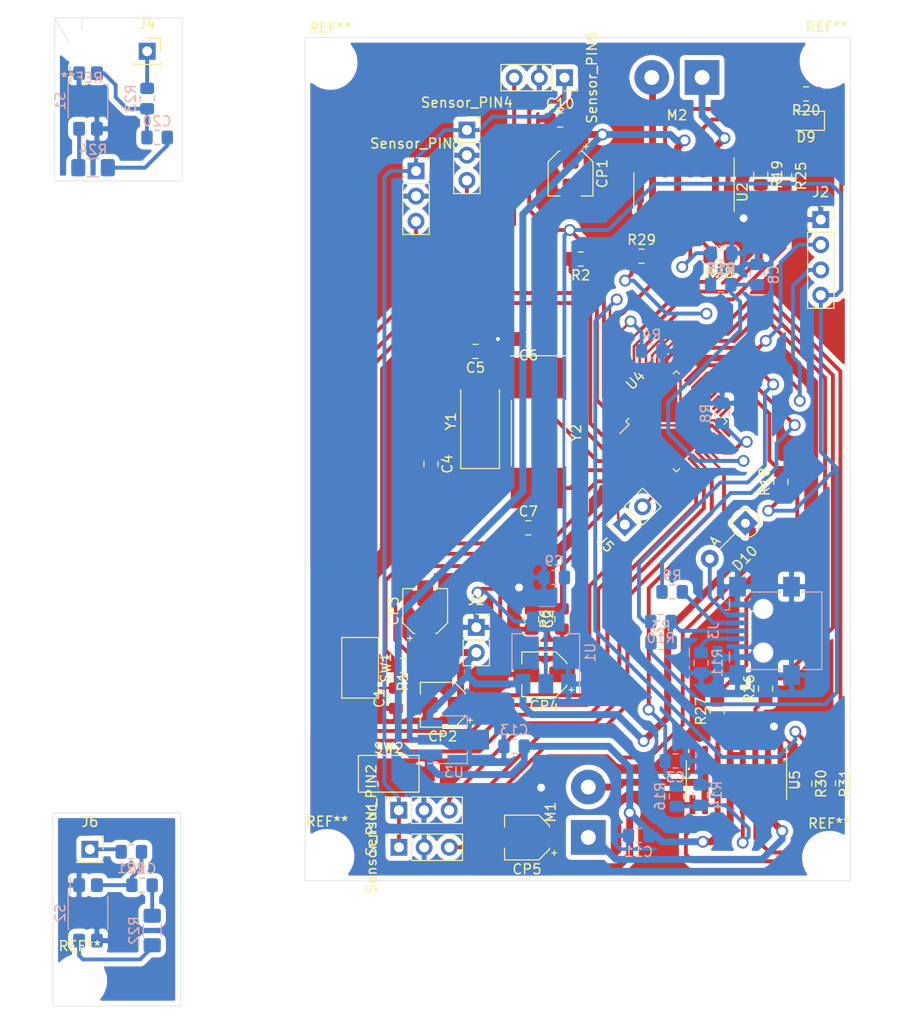
<source format=kicad_pcb>
(kicad_pcb (version 20171130) (host pcbnew "(5.1.2)-2")
  (layers (0 F.Cu signal) (31 B.Cu signal) (34 B.Paste user) (35 F.Paste user) (36 B.SilkS user) (37 F.SilkS user) (38 B.Mask user) (39 F.Mask user) (44 Edge.Cuts user))
  (net 0 "")
  (net 1 RST)
  (net 2 GND)
  (net 3 "Net-(C2-Pad1)")
  (net 4 "Net-(C3-Pad1)")
  (net 5 OSC32-IN)
  (net 6 OSC32-OUT)
  (net 7 OSC-IN)
  (net 8 OSC-OUT)
  (net 9 "Net-(C8-Pad1)")
  (net 10 +3V3)
  (net 11 +5V)
  (net 12 "Net-(C16-Pad2)")
  (net 13 "Net-(C20-Pad2)")
  (net 14 +7.5V)
  (net 15 "Net-(D9-Pad1)")
  (net 16 EXT_VCC)
  (net 17 CLK)
  (net 18 DIO)
  (net 19 "Net-(J3-Pad2)")
  (net 20 "Net-(J3-Pad3)")
  (net 21 "Net-(J3-Pad4)")
  (net 22 BOOT0)
  (net 23 BOOT1)
  (net 24 "Net-(M1-Pad1)")
  (net 25 "Net-(M1-Pad2)")
  (net 26 "Net-(M2-Pad2)")
  (net 27 "Net-(M2-Pad1)")
  (net 28 "Net-(R2-Pad2)")
  (net 29 USB-)
  (net 30 USB+)
  (net 31 CSA)
  (net 32 CSB)
  (net 33 "Net-(R18-Pad2)")
  (net 34 "Net-(R19-Pad1)")
  (net 35 M2IN1)
  (net 36 S2)
  (net 37 "Net-(R22-Pad2)")
  (net 38 S1)
  (net 39 "Net-(R24-Pad2)")
  (net 40 "Net-(R25-Pad1)")
  (net 41 M2IN2)
  (net 42 "Net-(R26-Pad1)")
  (net 43 M1IN1)
  (net 44 "Net-(R27-Pad1)")
  (net 45 M1IN2)
  (net 46 "Net-(R28-Pad2)")
  (net 47 SELB)
  (net 48 EnB)
  (net 49 "Net-(R29-Pad2)")
  (net 50 "Net-(R30-Pad2)")
  (net 51 SELA)
  (net 52 EnA)
  (net 53 "Net-(R31-Pad2)")
  (net 54 ES5)
  (net 55 ES4)
  (net 56 ES3)
  (net 57 ES2)
  (net 58 ES1)
  (net 59 "Net-(U4-Pad2)")
  (net 60 "Net-(U4-Pad17)")
  (net 61 "Net-(U4-Pad21)")
  (net 62 "Net-(U4-Pad22)")
  (net 63 "Net-(U4-Pad30)")
  (net 64 "Net-(U4-Pad31)")
  (net 65 "Net-(U4-Pad27)")
  (net 66 "Net-(U4-Pad28)")
  (net 67 "Net-(U4-Pad25)")
  (net 68 "Net-(U4-Pad26)")
  (module MountingHole:MountingHole_2.5mm (layer F.Cu) (at 123.317 145.9865)
    (fp_text reference REF** (at 0 -3.5) (layer F.SilkS))
    (fp_text value MountingHole_2.5mm)
    (pad "" np_thru_hole circle (at 0 0) (size 2.5 2.5) (drill 2.5) (layers *.Cu *.Mask) (clearance 1.5))
  )
  (module MountingHole:MountingHole_2.5mm (layer B.Cu) (at 123.51004 51.3715)
    (fp_text reference REF** (at 0 3.5) (layer B.SilkS) (effects (justify mirror)))
    (fp_text value MountingHole_2.5mm)
    (pad "" np_thru_hole circle (at 0 0) (size 2.5 2.5) (drill 2.5) (layers *.Cu *.Mask) (clearance 1.5))
  )
  (module Capacitor_SMD:C_0805_2012Metric_Pad1.15x1.40mm_HandSolder (layer B.Cu) (at 129.5945 136.3345 180)
    (fp_text reference C16 (at 0 1.65) (layer B.SilkS) (effects (justify mirror)))
    (fp_text value 10n)
    (pad 1 smd roundrect (at -1.025 0 180) (size 1.15 1.4) (layers B.Cu B.Paste B.Mask) (roundrect_rratio 0.217391) (net 10 +3V3))
    (pad 2 smd roundrect (at 1.025 0 180) (size 1.15 1.4) (layers B.Cu B.Paste B.Mask) (roundrect_rratio 0.217391) (net 12 "Net-(C16-Pad2)"))
  )
  (module Capacitor_SMD:C_0805_2012Metric_Pad1.15x1.40mm_HandSolder (layer B.Cu) (at 131.1185 60.8965 180)
    (fp_text reference C20 (at 0 1.65) (layer B.SilkS) (effects (justify mirror)))
    (fp_text value 10n)
    (pad 1 smd roundrect (at -1.025 0 180) (size 1.15 1.4) (layers B.Cu B.Paste B.Mask) (roundrect_rratio 0.217391) (net 10 +3V3))
    (pad 2 smd roundrect (at 1.025 0 180) (size 1.15 1.4) (layers B.Cu B.Paste B.Mask) (roundrect_rratio 0.217391) (net 13 "Net-(C20-Pad2)"))
  )
  (module Resistor_SMD:R_1206_3216Metric_Pad1.42x1.75mm_HandSolder (layer B.Cu) (at 124.6505 63.9445 180)
    (fp_text reference R24 (at 0 1.82) (layer B.SilkS) (effects (justify mirror)))
    (fp_text value 220)
    (pad 1 smd roundrect (at -1.4875 0 180) (size 1.425 1.75) (layers B.Cu B.Paste B.Mask) (roundrect_rratio 0.175439) (net 10 +3V3))
    (pad 2 smd roundrect (at 1.4875 0 180) (size 1.425 1.75) (layers B.Cu B.Paste B.Mask) (roundrect_rratio 0.175439) (net 39 "Net-(R24-Pad2)"))
  )
  (module Resistor_SMD:R_1206_3216Metric_Pad1.42x1.75mm_HandSolder (layer B.Cu) (at 130.6195 140.9065 270)
    (fp_text reference R22 (at 0 1.82 90) (layer B.SilkS) (effects (justify mirror)))
    (fp_text value 220)
    (pad 2 smd roundrect (at 1.4875 0 270) (size 1.425 1.75) (layers B.Cu B.Paste B.Mask) (roundrect_rratio 0.175439) (net 37 "Net-(R22-Pad2)"))
    (pad 1 smd roundrect (at -1.4875 0 270) (size 1.425 1.75) (layers B.Cu B.Paste B.Mask) (roundrect_rratio 0.175439) (net 10 +3V3))
  )
  (module OptoDevice:Everlight_ITR8307 (layer B.Cu) (at 124.1425 139.1285)
    (fp_text reference S2 (at -2.8 0 -90) (layer B.SilkS) (effects (justify mirror)))
    (fp_text value ITR8307)
    (pad 4 smd roundrect (at 0.9 2.8) (size 1.2 1.4) (layers B.Cu B.Paste B.Mask) (roundrect_rratio 0.2) (net 2 GND))
    (pad 2 smd roundrect (at -0.9 2.8) (size 1.2 1.4) (layers B.Cu B.Paste B.Mask) (roundrect_rratio 0.2) (net 37 "Net-(R22-Pad2)"))
    (pad 1 smd roundrect (at -0.9 -2.8) (size 1.2 1.4) (layers B.Cu B.Paste B.Mask) (roundrect_rratio 0.2) (net 2 GND))
    (pad 3 smd roundrect (at 0.9 -2.8) (size 1.2 1.4) (layers B.Cu B.Paste B.Mask) (roundrect_rratio 0.2) (net 12 "Net-(C16-Pad2)"))
  )
  (module OptoDevice:Everlight_ITR8307 (layer B.Cu) (at 124.1425 57.2135)
    (fp_text reference S1 (at -2.8 0 -90) (layer B.SilkS) (effects (justify mirror)))
    (fp_text value ITR8307)
    (pad 3 smd roundrect (at 0.9 -2.8) (size 1.2 1.4) (layers B.Cu B.Paste B.Mask) (roundrect_rratio 0.2) (net 13 "Net-(C20-Pad2)"))
    (pad 1 smd roundrect (at -0.9 -2.8) (size 1.2 1.4) (layers B.Cu B.Paste B.Mask) (roundrect_rratio 0.2) (net 2 GND))
    (pad 2 smd roundrect (at -0.9 2.8) (size 1.2 1.4) (layers B.Cu B.Paste B.Mask) (roundrect_rratio 0.2) (net 39 "Net-(R24-Pad2)"))
    (pad 4 smd roundrect (at 0.9 2.8) (size 1.2 1.4) (layers B.Cu B.Paste B.Mask) (roundrect_rratio 0.2) (net 2 GND))
  )
  (module Resistor_SMD:R_0805_2012Metric_Pad1.15x1.40mm_HandSolder (layer B.Cu) (at 128.515 132.969)
    (fp_text reference R21 (at 0 1.65) (layer B.SilkS) (effects (justify mirror)))
    (fp_text value 220)
    (pad 2 smd roundrect (at 1.025 0) (size 1.15 1.4) (layers B.Cu B.Paste B.Mask) (roundrect_rratio 0.217391) (net 12 "Net-(C16-Pad2)"))
    (pad 1 smd roundrect (at -1.025 0) (size 1.15 1.4) (layers B.Cu B.Paste B.Mask) (roundrect_rratio 0.217391) (net 36 S2))
  )
  (module Connector_PinSocket_2.54mm:PinSocket_1x01_P2.54mm_Vertical (layer F.Cu) (at 130.1115 52.197)
    (fp_text reference J4 (at 0 -2.77) (layer F.SilkS))
    (fp_text value Conn_01x01)
    (pad 1 thru_hole rect (at 0 0) (size 1.7 1.7) (drill 1) (layers *.Cu *.Mask) (net 38 S1))
  )
  (module Resistor_SMD:R_0805_2012Metric_Pad1.15x1.40mm_HandSolder (layer B.Cu) (at 130.1115 56.9685 270)
    (fp_text reference R23 (at 0 1.65 90) (layer B.SilkS) (effects (justify mirror)))
    (fp_text value 220)
    (pad 1 smd roundrect (at -1.025 0 270) (size 1.15 1.4) (layers B.Cu B.Paste B.Mask) (roundrect_rratio 0.217391) (net 38 S1))
    (pad 2 smd roundrect (at 1.025 0 270) (size 1.15 1.4) (layers B.Cu B.Paste B.Mask) (roundrect_rratio 0.217391) (net 13 "Net-(C20-Pad2)"))
  )
  (module Connector_PinSocket_2.54mm:PinSocket_1x01_P2.54mm_Vertical (layer F.Cu) (at 124.333 132.715)
    (fp_text reference J6 (at 0 -2.77) (layer F.SilkS))
    (fp_text value Conn_01x01)
    (pad 1 thru_hole rect (at 0 0) (size 1.7 1.7) (drill 1) (layers *.Cu *.Mask) (net 36 S2))
  )
  (module MountingHole:MountingHole_2.5mm (layer F.Cu) (at 198.9455 133.604)
    (fp_text reference REF** (at 0 -3.5) (layer F.SilkS))
    (fp_text value MountingHole_2.5mm)
    (pad "" np_thru_hole circle (at 0 0) (size 2.5 2.5) (drill 2.5) (layers *.Cu *.Mask) (clearance 1.5))
  )
  (module MountingHole:MountingHole_2.5mm (layer F.Cu) (at 198.6915 53.213)
    (fp_text reference REF** (at 0 -3.5) (layer F.SilkS))
    (fp_text value MountingHole_2.5mm)
    (pad "" np_thru_hole circle (at 0 0) (size 2.5 2.5) (drill 2.5) (layers *.Cu *.Mask) (clearance 1.5))
  )
  (module Resistor_SMD:R_0805_2012Metric_Pad1.15x1.40mm_HandSolder (layer B.Cu) (at 188.1251 88.7349 270)
    (fp_text reference R8 (at 0 1.65 270) (layer B.SilkS) (effects (justify mirror)))
    (fp_text value 10K)
    (pad 1 smd roundrect (at -1.025 0 270) (size 1.15 1.4) (layers B.Cu B.Paste B.Mask) (roundrect_rratio 0.217391) (net 2 GND))
    (pad 2 smd roundrect (at 1.025 0 270) (size 1.15 1.4) (layers B.Cu B.Paste B.Mask) (roundrect_rratio 0.217391) (net 23 BOOT1))
  )
  (module MountingHole:MountingHole_2.5mm (layer F.Cu) (at 148.2725 133.4135)
    (fp_text reference REF** (at 0 -3.5) (layer F.SilkS))
    (fp_text value MountingHole_2.5mm)
    (pad "" np_thru_hole circle (at 0 0) (size 2.5 2.5) (drill 2.5) (layers *.Cu *.Mask) (clearance 1.5))
  )
  (module MountingHole:MountingHole_2.5mm (layer F.Cu) (at 148.59 53.34)
    (fp_text reference REF** (at 0 -3.5) (layer F.SilkS))
    (fp_text value MountingHole_2.5mm)
    (pad "" np_thru_hole circle (at 0 0) (size 2.5 2.5) (drill 2.5) (layers *.Cu *.Mask) (clearance 1.5))
  )
  (module Capacitor_SMD:C_0805_2012Metric_Pad1.15x1.40mm_HandSolder (layer F.Cu) (at 155.194 117.475 90)
    (fp_text reference C1 (at 0 -1.65 90) (layer F.SilkS))
    (fp_text value 100n)
    (pad 2 smd roundrect (at 1.025 0 90) (size 1.15 1.4) (layers F.Cu F.Paste F.Mask) (roundrect_rratio 0.217391) (net 1 RST))
    (pad 1 smd roundrect (at -1.025 0 90) (size 1.15 1.4) (layers F.Cu F.Paste F.Mask) (roundrect_rratio 0.217391) (net 2 GND))
  )
  (module Capacitor_SMD:C_0805_2012Metric_Pad1.15x1.40mm_HandSolder (layer F.Cu) (at 168.91 109.483 270)
    (fp_text reference C2 (at 0 -1.65 90) (layer F.SilkS))
    (fp_text value 100n)
    (pad 2 smd roundrect (at 1.025 0 270) (size 1.15 1.4) (layers F.Cu F.Paste F.Mask) (roundrect_rratio 0.217391) (net 2 GND))
    (pad 1 smd roundrect (at -1.025 0 270) (size 1.15 1.4) (layers F.Cu F.Paste F.Mask) (roundrect_rratio 0.217391) (net 3 "Net-(C2-Pad1)"))
  )
  (module Capacitor_SMD:C_0805_2012Metric_Pad1.15x1.40mm_HandSolder (layer B.Cu) (at 183.4134 123.7996)
    (fp_text reference C3 (at 0 1.65 180) (layer B.SilkS) (effects (justify mirror)))
    (fp_text value 33n)
    (pad 1 smd roundrect (at -1.025 0) (size 1.15 1.4) (layers B.Cu B.Paste B.Mask) (roundrect_rratio 0.217391) (net 4 "Net-(C3-Pad1)"))
    (pad 2 smd roundrect (at 1.025 0) (size 1.15 1.4) (layers B.Cu B.Paste B.Mask) (roundrect_rratio 0.217391) (net 2 GND))
  )
  (module Capacitor_SMD:C_0805_2012Metric_Pad1.15x1.40mm_HandSolder (layer F.Cu) (at 158.75 93.844 270)
    (fp_text reference C4 (at 0 -1.65 90) (layer F.SilkS))
    (fp_text value 22p)
    (pad 2 smd roundrect (at 1.025 0 270) (size 1.15 1.4) (layers F.Cu F.Paste F.Mask) (roundrect_rratio 0.217391) (net 2 GND))
    (pad 1 smd roundrect (at -1.025 0 270) (size 1.15 1.4) (layers F.Cu F.Paste F.Mask) (roundrect_rratio 0.217391) (net 5 OSC32-IN))
  )
  (module Capacitor_SMD:C_0805_2012Metric_Pad1.15x1.40mm_HandSolder (layer F.Cu) (at 163.2368 82.4738 180)
    (fp_text reference C5 (at 0 -1.65) (layer F.SilkS))
    (fp_text value 22p)
    (pad 1 smd roundrect (at -1.025 0 180) (size 1.15 1.4) (layers F.Cu F.Paste F.Mask) (roundrect_rratio 0.217391) (net 2 GND))
    (pad 2 smd roundrect (at 1.025 0 180) (size 1.15 1.4) (layers F.Cu F.Paste F.Mask) (roundrect_rratio 0.217391) (net 6 OSC32-OUT))
  )
  (module Capacitor_SMD:C_0805_2012Metric_Pad1.15x1.40mm_HandSolder (layer F.Cu) (at 168.5888 81.2292 180)
    (fp_text reference C6 (at 0 -1.65 180) (layer F.SilkS))
    (fp_text value 22p)
    (pad 1 smd roundrect (at -1.025 0 180) (size 1.15 1.4) (layers F.Cu F.Paste F.Mask) (roundrect_rratio 0.217391) (net 7 OSC-IN))
    (pad 2 smd roundrect (at 1.025 0 180) (size 1.15 1.4) (layers F.Cu F.Paste F.Mask) (roundrect_rratio 0.217391) (net 2 GND))
  )
  (module Capacitor_SMD:C_0805_2012Metric_Pad1.15x1.40mm_HandSolder (layer F.Cu) (at 168.5708 100.2792)
    (fp_text reference C7 (at 0 -1.65 180) (layer F.SilkS))
    (fp_text value 22p)
    (pad 2 smd roundrect (at 1.025 0) (size 1.15 1.4) (layers F.Cu F.Paste F.Mask) (roundrect_rratio 0.217391) (net 8 OSC-OUT))
    (pad 1 smd roundrect (at -1.025 0) (size 1.15 1.4) (layers F.Cu F.Paste F.Mask) (roundrect_rratio 0.217391) (net 2 GND))
  )
  (module Capacitor_SMD:C_0805_2012Metric_Pad1.15x1.40mm_HandSolder (layer B.Cu) (at 191.6684 74.7268 90)
    (fp_text reference C8 (at 0 1.65 90) (layer B.SilkS) (effects (justify mirror)))
    (fp_text value 33n)
    (pad 2 smd roundrect (at 1.025 0 90) (size 1.15 1.4) (layers B.Cu B.Paste B.Mask) (roundrect_rratio 0.217391) (net 2 GND))
    (pad 1 smd roundrect (at -1.025 0 90) (size 1.15 1.4) (layers B.Cu B.Paste B.Mask) (roundrect_rratio 0.217391) (net 9 "Net-(C8-Pad1)"))
  )
  (module Capacitor_SMD:C_0805_2012Metric_Pad1.15x1.40mm_HandSolder (layer B.Cu) (at 171.187 105.283 180)
    (fp_text reference C9 (at 0 1.65 180) (layer B.SilkS) (effects (justify mirror)))
    (fp_text value 100n)
    (pad 1 smd roundrect (at -1.025 0 180) (size 1.15 1.4) (layers B.Cu B.Paste B.Mask) (roundrect_rratio 0.217391) (net 10 +3V3))
    (pad 2 smd roundrect (at 1.025 0 180) (size 1.15 1.4) (layers B.Cu B.Paste B.Mask) (roundrect_rratio 0.217391) (net 2 GND))
  )
  (module Capacitor_SMD:C_0805_2012Metric_Pad1.15x1.40mm_HandSolder (layer F.Cu) (at 171.7892 59.1312)
    (fp_text reference C10 (at 0 -1.65) (layer F.SilkS))
    (fp_text value 100n)
    (pad 2 smd roundrect (at 1.025 0) (size 1.15 1.4) (layers F.Cu F.Paste F.Mask) (roundrect_rratio 0.217391) (net 11 +5V))
    (pad 1 smd roundrect (at -1.025 0) (size 1.15 1.4) (layers F.Cu F.Paste F.Mask) (roundrect_rratio 0.217391) (net 2 GND))
  )
  (module Capacitor_SMD:C_0805_2012Metric_Pad1.15x1.40mm_HandSolder (layer B.Cu) (at 167.132 122.3264 180)
    (fp_text reference C13 (at 0 1.65) (layer B.SilkS) (effects (justify mirror)))
    (fp_text value 100n)
    (pad 1 smd roundrect (at -1.025 0 180) (size 1.15 1.4) (layers B.Cu B.Paste B.Mask) (roundrect_rratio 0.217391) (net 11 +5V))
    (pad 2 smd roundrect (at 1.025 0 180) (size 1.15 1.4) (layers B.Cu B.Paste B.Mask) (roundrect_rratio 0.217391) (net 2 GND))
  )
  (module Capacitor_SMD:CP_Elec_4x5.3 (layer F.Cu) (at 172.8343 64.5414 270)
    (fp_text reference CP1 (at 0 -3.2 90) (layer F.SilkS))
    (fp_text value 220u)
    (pad 1 smd roundrect (at -1.8 0 270) (size 2.6 1.6) (layers F.Cu F.Paste F.Mask) (roundrect_rratio 0.15625) (net 11 +5V))
    (pad 2 smd roundrect (at 1.8 0 270) (size 2.6 1.6) (layers F.Cu F.Paste F.Mask) (roundrect_rratio 0.15625) (net 2 GND))
  )
  (module Capacitor_SMD:CP_Elec_4x5.3 (layer F.Cu) (at 159.93872 118.12524 180)
    (fp_text reference CP2 (at 0 -3.2) (layer F.SilkS))
    (fp_text value 10uF)
    (pad 2 smd roundrect (at 1.8 0 180) (size 2.6 1.6) (layers F.Cu F.Paste F.Mask) (roundrect_rratio 0.15625) (net 2 GND))
    (pad 1 smd roundrect (at -1.8 0 180) (size 2.6 1.6) (layers F.Cu F.Paste F.Mask) (roundrect_rratio 0.15625) (net 14 +7.5V))
  )
  (module Capacitor_SMD:CP_Elec_4x5.3 (layer F.Cu) (at 158.1658 108.6739 90)
    (fp_text reference CP3 (at 0 -3.2 90) (layer F.SilkS))
    (fp_text value 10uF)
    (pad 1 smd roundrect (at -1.8 0 90) (size 2.6 1.6) (layers F.Cu F.Paste F.Mask) (roundrect_rratio 0.15625) (net 14 +7.5V))
    (pad 2 smd roundrect (at 1.8 0 90) (size 2.6 1.6) (layers F.Cu F.Paste F.Mask) (roundrect_rratio 0.15625) (net 2 GND))
  )
  (module Capacitor_SMD:CP_Elec_4x5.3 (layer F.Cu) (at 170.18 115.062 180)
    (fp_text reference CP4 (at 0 -3.2) (layer F.SilkS))
    (fp_text value 220uF)
    (pad 2 smd roundrect (at 1.8 0 180) (size 2.6 1.6) (layers F.Cu F.Paste F.Mask) (roundrect_rratio 0.15625) (net 2 GND))
    (pad 1 smd roundrect (at -1.8 0 180) (size 2.6 1.6) (layers F.Cu F.Paste F.Mask) (roundrect_rratio 0.15625) (net 10 +3V3))
  )
  (module LED_SMD:LED_0805_2012Metric_Pad1.15x1.40mm_HandSolder (layer F.Cu) (at 196.58976 59.21248 180)
    (fp_text reference D9 (at 0 -1.65) (layer F.SilkS))
    (fp_text value LED)
    (pad 1 smd roundrect (at -1.025 0 180) (size 1.15 1.4) (layers F.Cu F.Paste F.Mask) (roundrect_rratio 0.217391) (net 15 "Net-(D9-Pad1)"))
    (pad 2 smd roundrect (at 1.025 0 180) (size 1.15 1.4) (layers F.Cu F.Paste F.Mask) (roundrect_rratio 0.217391) (net 10 +3V3))
  )
  (module Diode_THT:D_A-405_P5.08mm_Vertical_AnodeUp (layer F.Cu) (at 190.4746 99.8093 225)
    (fp_text reference D10 (at 2.54 -2.47 45) (layer F.SilkS))
    (fp_text value D)
    (fp_text user A (at 3.48 0.9 45) (layer F.SilkS))
    (pad 2 thru_hole oval (at 5.08 0 225) (size 1.8 1.8) (drill 0.9) (layers *.Cu *.Mask) (net 16 EXT_VCC))
    (pad 1 thru_hole rect (at 0 0 225) (size 1.8 1.8) (drill 0.9) (layers *.Cu *.Mask) (net 14 +7.5V))
  )
  (module Connector_PinSocket_2.54mm:PinSocket_1x02_P2.54mm_Vertical (layer F.Cu) (at 163.322 110.3249)
    (fp_text reference J1 (at 0 -2.77) (layer F.SilkS))
    (fp_text value Conn_01x03_Male)
    (pad 1 thru_hole rect (at 0 0) (size 1.7 1.7) (drill 1) (layers *.Cu *.Mask) (net 2 GND))
    (pad 2 thru_hole oval (at 0 2.54) (size 1.7 1.7) (drill 1) (layers *.Cu *.Mask) (net 14 +7.5V))
  )
  (module Connector_PinSocket_2.54mm:PinSocket_1x04_P2.54mm_Vertical (layer F.Cu) (at 198.0819 69.1769)
    (fp_text reference J2 (at 0 -2.77) (layer F.SilkS))
    (fp_text value Conn_01x04_Female)
    (pad 1 thru_hole rect (at 0 0) (size 1.7 1.7) (drill 1) (layers *.Cu *.Mask) (net 2 GND))
    (pad 2 thru_hole oval (at 0 2.54) (size 1.7 1.7) (drill 1) (layers *.Cu *.Mask) (net 17 CLK))
    (pad 3 thru_hole oval (at 0 5.08) (size 1.7 1.7) (drill 1) (layers *.Cu *.Mask) (net 18 DIO))
    (pad 4 thru_hole oval (at 0 7.62) (size 1.7 1.7) (drill 1) (layers *.Cu *.Mask) (net 10 +3V3))
  )
  (module Connector_USB:USB_Mini-B_Lumberg_2486_01_Horizontal (layer B.Cu) (at 192.278 110.6678 270)
    (fp_text reference J3 (at 0 5 90) (layer B.SilkS) (effects (justify mirror)))
    (fp_text value USB_B_Mini)
    (pad "" np_thru_hole circle (at 2.2 0 270) (size 1 1) (drill 1) (layers *.Cu *.Mask))
    (pad "" np_thru_hole circle (at -2.2 0 270) (size 1 1) (drill 1) (layers *.Cu *.Mask))
    (pad 6 smd rect (at 4.45 -2.85 270) (size 2 1.7) (layers B.Cu B.Paste B.Mask) (net 2 GND))
    (pad 6 smd rect (at 4.45 2.6 270) (size 2 1.7) (layers B.Cu B.Paste B.Mask) (net 2 GND))
    (pad 6 smd rect (at -4.45 -2.85 270) (size 2 1.7) (layers B.Cu B.Paste B.Mask) (net 2 GND))
    (pad 6 smd rect (at -4.45 2.6 270) (size 2 1.7) (layers B.Cu B.Paste B.Mask) (net 2 GND))
    (pad 5 smd rect (at 1.6 2.7 270) (size 0.5 2) (layers B.Cu B.Paste B.Mask) (net 2 GND))
    (pad 4 smd rect (at 0.8 2.7 270) (size 0.5 2) (layers B.Cu B.Paste B.Mask) (net 21 "Net-(J3-Pad4)"))
    (pad 3 smd rect (at 0 2.7 270) (size 0.5 2) (layers B.Cu B.Paste B.Mask) (net 20 "Net-(J3-Pad3)"))
    (pad 2 smd rect (at -0.8 2.7 270) (size 0.5 2) (layers B.Cu B.Paste B.Mask) (net 19 "Net-(J3-Pad2)"))
    (pad 1 smd rect (at -1.6 2.7 270) (size 0.5 2) (layers B.Cu B.Paste B.Mask) (net 16 EXT_VCC))
  )
  (module Connector_Wire:SolderWirePad_1x02_P5.08mm_Drill1.5mm (layer F.Cu) (at 174.625 131.51612 90)
    (fp_text reference M1 (at 2.54 -3.81 90) (layer F.SilkS))
    (fp_text value Motor_DC)
    (pad 1 thru_hole rect (at 0 0 90) (size 3.50012 3.50012) (drill 1.50114) (layers *.Cu *.Mask) (net 24 "Net-(M1-Pad1)"))
    (pad 2 thru_hole circle (at 5.08 0 90) (size 3.50012 3.50012) (drill 1.50114) (layers *.Cu *.Mask) (net 25 "Net-(M1-Pad2)"))
  )
  (module Connector_Wire:SolderWirePad_1x02_P5.08mm_Drill1.5mm (layer F.Cu) (at 186.1058 54.8386 180)
    (fp_text reference M2 (at 2.54 -3.81) (layer F.SilkS))
    (fp_text value Motor_DC)
    (pad 2 thru_hole circle (at 5.08 0 180) (size 3.50012 3.50012) (drill 1.50114) (layers *.Cu *.Mask) (net 26 "Net-(M2-Pad2)"))
    (pad 1 thru_hole rect (at 0 0 180) (size 3.50012 3.50012) (drill 1.50114) (layers *.Cu *.Mask) (net 27 "Net-(M2-Pad1)"))
  )
  (module Resistor_SMD:R_0805_2012Metric_Pad1.15x1.40mm_HandSolder (layer F.Cu) (at 155.8962 114.15776 180)
    (fp_text reference R1 (at 0 -1.65 90) (layer F.SilkS))
    (fp_text value 10K)
    (pad 2 smd roundrect (at 1.025 0 180) (size 1.15 1.4) (layers F.Cu F.Paste F.Mask) (roundrect_rratio 0.217391) (net 1 RST))
    (pad 1 smd roundrect (at -1.025 0 180) (size 1.15 1.4) (layers F.Cu F.Paste F.Mask) (roundrect_rratio 0.217391) (net 10 +3V3))
  )
  (module Resistor_SMD:R_0805_2012Metric_Pad1.15x1.40mm_HandSolder (layer F.Cu) (at 173.854 73.152 180)
    (fp_text reference R2 (at 0 -1.65) (layer F.SilkS))
    (fp_text value 1R)
    (pad 1 smd roundrect (at -1.025 0 180) (size 1.15 1.4) (layers F.Cu F.Paste F.Mask) (roundrect_rratio 0.217391) (net 10 +3V3))
    (pad 2 smd roundrect (at 1.025 0 180) (size 1.15 1.4) (layers F.Cu F.Paste F.Mask) (roundrect_rratio 0.217391) (net 28 "Net-(R2-Pad2)"))
  )
  (module Resistor_SMD:R_0805_2012Metric_Pad1.15x1.40mm_HandSolder (layer B.Cu) (at 181.9693 111.8489 180)
    (fp_text reference R3 (at 0 1.65) (layer B.SilkS) (effects (justify mirror)))
    (fp_text value 1K5)
    (pad 1 smd roundrect (at -1.025 0 180) (size 1.15 1.4) (layers B.Cu B.Paste B.Mask) (roundrect_rratio 0.217391) (net 20 "Net-(J3-Pad3)"))
    (pad 2 smd roundrect (at 1.025 0 180) (size 1.15 1.4) (layers B.Cu B.Paste B.Mask) (roundrect_rratio 0.217391) (net 10 +3V3))
  )
  (module Resistor_SMD:R_0805_2012Metric_Pad1.15x1.40mm_HandSolder (layer B.Cu) (at 181.0221 82.4357 180)
    (fp_text reference R4 (at 0 1.65) (layer B.SilkS) (effects (justify mirror)))
    (fp_text value 10K)
    (pad 2 smd roundrect (at 1.025 0 180) (size 1.15 1.4) (layers B.Cu B.Paste B.Mask) (roundrect_rratio 0.217391) (net 22 BOOT0))
    (pad 1 smd roundrect (at -1.025 0 180) (size 1.15 1.4) (layers B.Cu B.Paste B.Mask) (roundrect_rratio 0.217391) (net 2 GND))
  )
  (module Resistor_SMD:R_0805_2012Metric_Pad1.15x1.40mm_HandSolder (layer F.Cu) (at 171.958 109.474 90)
    (fp_text reference R6 (at 0 -1.65 90) (layer F.SilkS))
    (fp_text value 1R)
    (pad 2 smd roundrect (at 1.025 0 90) (size 1.15 1.4) (layers F.Cu F.Paste F.Mask) (roundrect_rratio 0.217391) (net 3 "Net-(C2-Pad1)"))
    (pad 1 smd roundrect (at -1.025 0 90) (size 1.15 1.4) (layers F.Cu F.Paste F.Mask) (roundrect_rratio 0.217391) (net 10 +3V3))
  )
  (module Resistor_SMD:R_0805_2012Metric_Pad1.15x1.40mm_HandSolder (layer B.Cu) (at 183.0869 106.7435 180)
    (fp_text reference R9 (at 0 1.65) (layer B.SilkS) (effects (justify mirror)))
    (fp_text value 1R)
    (pad 2 smd roundrect (at 1.025 0 180) (size 1.15 1.4) (layers B.Cu B.Paste B.Mask) (roundrect_rratio 0.217391) (net 29 USB-))
    (pad 1 smd roundrect (at -1.025 0 180) (size 1.15 1.4) (layers B.Cu B.Paste B.Mask) (roundrect_rratio 0.217391) (net 19 "Net-(J3-Pad2)"))
  )
  (module Resistor_SMD:R_0805_2012Metric_Pad1.15x1.40mm_HandSolder (layer B.Cu) (at 181.9439 109.7407)
    (fp_text reference R10 (at 0 1.65) (layer B.SilkS) (effects (justify mirror)))
    (fp_text value 1R)
    (pad 1 smd roundrect (at -1.025 0) (size 1.15 1.4) (layers B.Cu B.Paste B.Mask) (roundrect_rratio 0.217391) (net 30 USB+))
    (pad 2 smd roundrect (at 1.025 0) (size 1.15 1.4) (layers B.Cu B.Paste B.Mask) (roundrect_rratio 0.217391) (net 20 "Net-(J3-Pad3)"))
  )
  (module Resistor_SMD:R_0805_2012Metric_Pad1.15x1.40mm_HandSolder (layer B.Cu) (at 186.0042 113.89244 90)
    (fp_text reference R11 (at 0 1.65 90) (layer B.SilkS) (effects (justify mirror)))
    (fp_text value 100k)
    (pad 2 smd roundrect (at 1.025 0 90) (size 1.15 1.4) (layers B.Cu B.Paste B.Mask) (roundrect_rratio 0.217391) (net 21 "Net-(J3-Pad4)"))
    (pad 1 smd roundrect (at -1.025 0 90) (size 1.15 1.4) (layers B.Cu B.Paste B.Mask) (roundrect_rratio 0.217391) (net 2 GND))
  )
  (module Resistor_SMD:R_0805_2012Metric_Pad1.15x1.40mm_HandSolder (layer B.Cu) (at 185.928 127.245 90)
    (fp_text reference R14 (at 0 1.65 90) (layer B.SilkS) (effects (justify mirror)))
    (fp_text value 1K5)
    (pad 1 smd roundrect (at -1.025 0 90) (size 1.15 1.4) (layers B.Cu B.Paste B.Mask) (roundrect_rratio 0.217391) (net 31 CSA))
    (pad 2 smd roundrect (at 1.025 0 90) (size 1.15 1.4) (layers B.Cu B.Paste B.Mask) (roundrect_rratio 0.217391) (net 2 GND))
  )
  (module Resistor_SMD:R_0805_2012Metric_Pad1.15x1.40mm_HandSolder (layer B.Cu) (at 188.078 72.5678)
    (fp_text reference R15 (at 0 1.65) (layer B.SilkS) (effects (justify mirror)))
    (fp_text value 1K5)
    (pad 1 smd roundrect (at -1.025 0) (size 1.15 1.4) (layers B.Cu B.Paste B.Mask) (roundrect_rratio 0.217391) (net 32 CSB))
    (pad 2 smd roundrect (at 1.025 0) (size 1.15 1.4) (layers B.Cu B.Paste B.Mask) (roundrect_rratio 0.217391) (net 2 GND))
  )
  (module Resistor_SMD:R_0805_2012Metric_Pad1.15x1.40mm_HandSolder (layer B.Cu) (at 183.515 127.3646 270)
    (fp_text reference R16 (at 0 1.65 90) (layer B.SilkS) (effects (justify mirror)))
    (fp_text value 10K)
    (pad 1 smd roundrect (at -1.025 0 270) (size 1.15 1.4) (layers B.Cu B.Paste B.Mask) (roundrect_rratio 0.217391) (net 4 "Net-(C3-Pad1)"))
    (pad 2 smd roundrect (at 1.025 0 270) (size 1.15 1.4) (layers B.Cu B.Paste B.Mask) (roundrect_rratio 0.217391) (net 31 CSA))
  )
  (module Resistor_SMD:R_0805_2012Metric_Pad1.15x1.40mm_HandSolder (layer B.Cu) (at 187.9854 75.7428 180)
    (fp_text reference R17 (at 0 1.65) (layer B.SilkS) (effects (justify mirror)))
    (fp_text value 10K)
    (pad 2 smd roundrect (at 1.025 0 180) (size 1.15 1.4) (layers B.Cu B.Paste B.Mask) (roundrect_rratio 0.217391) (net 32 CSB))
    (pad 1 smd roundrect (at -1.025 0 180) (size 1.15 1.4) (layers B.Cu B.Paste B.Mask) (roundrect_rratio 0.217391) (net 9 "Net-(C8-Pad1)"))
  )
  (module Resistor_SMD:R_0805_2012Metric_Pad1.15x1.40mm_HandSolder (layer F.Cu) (at 194.056 95.64 90)
    (fp_text reference R18 (at 0 -1.65 90) (layer F.SilkS))
    (fp_text value 10K)
    (pad 1 smd roundrect (at -1.025 0 90) (size 1.15 1.4) (layers F.Cu F.Paste F.Mask) (roundrect_rratio 0.217391) (net 10 +3V3))
    (pad 2 smd roundrect (at 1.025 0 90) (size 1.15 1.4) (layers F.Cu F.Paste F.Mask) (roundrect_rratio 0.217391) (net 33 "Net-(R18-Pad2)"))
  )
  (module Resistor_SMD:R_0805_2012Metric_Pad1.15x1.40mm_HandSolder (layer F.Cu) (at 192.024 64.643 270)
    (fp_text reference R19 (at 0 -1.65 90) (layer F.SilkS))
    (fp_text value 1K)
    (pad 1 smd roundrect (at -1.025 0 270) (size 1.15 1.4) (layers F.Cu F.Paste F.Mask) (roundrect_rratio 0.217391) (net 34 "Net-(R19-Pad1)"))
    (pad 2 smd roundrect (at 1.025 0 270) (size 1.15 1.4) (layers F.Cu F.Paste F.Mask) (roundrect_rratio 0.217391) (net 35 M2IN1))
  )
  (module Resistor_SMD:R_0805_2012Metric_Pad1.15x1.40mm_HandSolder (layer F.Cu) (at 196.596 56.49976 180)
    (fp_text reference R20 (at 0 -1.65) (layer F.SilkS))
    (fp_text value 500)
    (pad 2 smd roundrect (at 1.025 0 180) (size 1.15 1.4) (layers F.Cu F.Paste F.Mask) (roundrect_rratio 0.217391) (net 2 GND))
    (pad 1 smd roundrect (at -1.025 0 180) (size 1.15 1.4) (layers F.Cu F.Paste F.Mask) (roundrect_rratio 0.217391) (net 15 "Net-(D9-Pad1)"))
  )
  (module Resistor_SMD:R_0805_2012Metric_Pad1.15x1.40mm_HandSolder (layer F.Cu) (at 194.437 64.779 270)
    (fp_text reference R25 (at 0 -1.65 90) (layer F.SilkS))
    (fp_text value 1K)
    (pad 1 smd roundrect (at -1.025 0 270) (size 1.15 1.4) (layers F.Cu F.Paste F.Mask) (roundrect_rratio 0.217391) (net 40 "Net-(R25-Pad1)"))
    (pad 2 smd roundrect (at 1.025 0 270) (size 1.15 1.4) (layers F.Cu F.Paste F.Mask) (roundrect_rratio 0.217391) (net 41 M2IN2))
  )
  (module Resistor_SMD:R_0805_2012Metric_Pad1.15x1.40mm_HandSolder (layer F.Cu) (at 192.5066 116.5061 90)
    (fp_text reference R26 (at 0 -1.65 90) (layer F.SilkS))
    (fp_text value 1K)
    (pad 1 smd roundrect (at -1.025 0 90) (size 1.15 1.4) (layers F.Cu F.Paste F.Mask) (roundrect_rratio 0.217391) (net 42 "Net-(R26-Pad1)"))
    (pad 2 smd roundrect (at 1.025 0 90) (size 1.15 1.4) (layers F.Cu F.Paste F.Mask) (roundrect_rratio 0.217391) (net 43 M1IN1))
  )
  (module Resistor_SMD:R_0805_2012Metric_Pad1.15x1.40mm_HandSolder (layer F.Cu) (at 187.63488 118.7704 90)
    (fp_text reference R27 (at 0 -1.65 90) (layer F.SilkS))
    (fp_text value 1K)
    (pad 1 smd roundrect (at -1.025 0 90) (size 1.15 1.4) (layers F.Cu F.Paste F.Mask) (roundrect_rratio 0.217391) (net 44 "Net-(R27-Pad1)"))
    (pad 2 smd roundrect (at 1.025 0 90) (size 1.15 1.4) (layers F.Cu F.Paste F.Mask) (roundrect_rratio 0.217391) (net 45 M1IN2))
  )
  (module Resistor_SMD:R_0805_2012Metric_Pad1.15x1.40mm_HandSolder (layer F.Cu) (at 187.833 72.898 180)
    (fp_text reference R28 (at 0 -1.65) (layer F.SilkS))
    (fp_text value 1K)
    (pad 2 smd roundrect (at 1.025 0 180) (size 1.15 1.4) (layers F.Cu F.Paste F.Mask) (roundrect_rratio 0.217391) (net 46 "Net-(R28-Pad2)"))
    (pad 1 smd roundrect (at -1.025 0 180) (size 1.15 1.4) (layers F.Cu F.Paste F.Mask) (roundrect_rratio 0.217391) (net 47 SELB))
  )
  (module Resistor_SMD:R_0805_2012Metric_Pad1.15x1.40mm_HandSolder (layer F.Cu) (at 180.0008 72.8726)
    (fp_text reference R29 (at 0 -1.65) (layer F.SilkS))
    (fp_text value 1K)
    (pad 1 smd roundrect (at -1.025 0) (size 1.15 1.4) (layers F.Cu F.Paste F.Mask) (roundrect_rratio 0.217391) (net 48 EnB))
    (pad 2 smd roundrect (at 1.025 0) (size 1.15 1.4) (layers F.Cu F.Paste F.Mask) (roundrect_rratio 0.217391) (net 49 "Net-(R29-Pad2)"))
  )
  (module Resistor_SMD:R_0805_2012Metric_Pad1.15x1.40mm_HandSolder (layer F.Cu) (at 196.469 126.0946 270)
    (fp_text reference R30 (at 0 -1.65 90) (layer F.SilkS))
    (fp_text value 1K)
    (pad 2 smd roundrect (at 1.025 0 270) (size 1.15 1.4) (layers F.Cu F.Paste F.Mask) (roundrect_rratio 0.217391) (net 50 "Net-(R30-Pad2)"))
    (pad 1 smd roundrect (at -1.025 0 270) (size 1.15 1.4) (layers F.Cu F.Paste F.Mask) (roundrect_rratio 0.217391) (net 51 SELA))
  )
  (module Resistor_SMD:R_0805_2012Metric_Pad1.15x1.40mm_HandSolder (layer F.Cu) (at 198.8566 126.0475 270)
    (fp_text reference R31 (at 0 -1.65 90) (layer F.SilkS))
    (fp_text value 1K)
    (pad 1 smd roundrect (at -1.025 0 270) (size 1.15 1.4) (layers F.Cu F.Paste F.Mask) (roundrect_rratio 0.217391) (net 52 EnA))
    (pad 2 smd roundrect (at 1.025 0 270) (size 1.15 1.4) (layers F.Cu F.Paste F.Mask) (roundrect_rratio 0.217391) (net 53 "Net-(R31-Pad2)"))
  )
  (module Connector_PinSocket_2.54mm:PinSocket_1x03_P2.54mm_Vertical (layer F.Cu) (at 155.51912 132.5118 90)
    (fp_text reference Sensor_PIN1 (at 0 -2.77 90) (layer F.SilkS))
    (fp_text value Conn_01x02)
    (pad 3 thru_hole oval (at 0 5.08 90) (size 1.7 1.7) (drill 1) (layers *.Cu *.Mask) (net 54 ES5))
    (pad 2 thru_hole oval (at 0 2.54 90) (size 1.7 1.7) (drill 1) (layers *.Cu *.Mask) (net 2 GND))
    (pad 1 thru_hole rect (at 0 0 90) (size 1.7 1.7) (drill 1) (layers *.Cu *.Mask) (net 10 +3V3))
  )
  (module Connector_PinSocket_2.54mm:PinSocket_1x03_P2.54mm_Vertical (layer F.Cu) (at 155.50388 128.77292 90)
    (fp_text reference Sensor_PIN2 (at 0 -2.77 90) (layer F.SilkS))
    (fp_text value Conn_01x02)
    (pad 1 thru_hole rect (at 0 0 90) (size 1.7 1.7) (drill 1) (layers *.Cu *.Mask) (net 10 +3V3))
    (pad 2 thru_hole oval (at 0 2.54 90) (size 1.7 1.7) (drill 1) (layers *.Cu *.Mask) (net 2 GND))
    (pad 3 thru_hole oval (at 0 5.08 90) (size 1.7 1.7) (drill 1) (layers *.Cu *.Mask) (net 55 ES4))
  )
  (module Connector_PinSocket_2.54mm:PinSocket_1x03_P2.54mm_Vertical (layer F.Cu) (at 157.24124 64.27216)
    (fp_text reference Sensor_PIN3 (at 0 -2.77) (layer F.SilkS))
    (fp_text value Conn_01x02)
    (pad 3 thru_hole oval (at 0 5.08) (size 1.7 1.7) (drill 1) (layers *.Cu *.Mask) (net 56 ES3))
    (pad 2 thru_hole oval (at 0 2.54) (size 1.7 1.7) (drill 1) (layers *.Cu *.Mask) (net 2 GND))
    (pad 1 thru_hole rect (at 0 0) (size 1.7 1.7) (drill 1) (layers *.Cu *.Mask) (net 10 +3V3))
  )
  (module Connector_PinSocket_2.54mm:PinSocket_1x03_P2.54mm_Vertical (layer F.Cu) (at 162.37204 60.14212)
    (fp_text reference Sensor_PIN4 (at 0 -2.77) (layer F.SilkS))
    (fp_text value Conn_01x02)
    (pad 1 thru_hole rect (at 0 0) (size 1.7 1.7) (drill 1) (layers *.Cu *.Mask) (net 10 +3V3))
    (pad 2 thru_hole oval (at 0 2.54) (size 1.7 1.7) (drill 1) (layers *.Cu *.Mask) (net 2 GND))
    (pad 3 thru_hole oval (at 0 5.08) (size 1.7 1.7) (drill 1) (layers *.Cu *.Mask) (net 57 ES2))
  )
  (module Connector_PinSocket_2.54mm:PinSocket_1x03_P2.54mm_Vertical (layer F.Cu) (at 172.22216 54.85892 270)
    (fp_text reference Sensor_PIN5 (at 0 -2.77 90) (layer F.SilkS))
    (fp_text value Conn_01x02)
    (pad 1 thru_hole rect (at 0 0 270) (size 1.7 1.7) (drill 1) (layers *.Cu *.Mask) (net 10 +3V3))
    (pad 2 thru_hole oval (at 0 2.54 270) (size 1.7 1.7) (drill 1) (layers *.Cu *.Mask) (net 2 GND))
    (pad 3 thru_hole oval (at 0 5.08 270) (size 1.7 1.7) (drill 1) (layers *.Cu *.Mask) (net 58 ES1))
  )
  (module Button_Switch_SMD:SW_SPST_CK_RS282G05A3 (layer F.Cu) (at 151.60244 114.4016 270)
    (fp_text reference SW1 (at 0 -2.6 90) (layer F.SilkS))
    (fp_text value SW_Push)
    (pad 1 smd rect (at -3.9 0 270) (size 1.5 1.5) (layers F.Cu F.Paste F.Mask) (net 2 GND))
    (pad 2 smd rect (at 3.9 0 270) (size 1.5 1.5) (layers F.Cu F.Paste F.Mask) (net 1 RST))
  )
  (module Button_Switch_SMD:SW_SPST_CK_RS282G05A3 (layer F.Cu) (at 154.4828 125.095)
    (fp_text reference SW2 (at 0 -2.6) (layer F.SilkS))
    (fp_text value SW_Push)
    (pad 2 smd rect (at 3.9 0) (size 1.5 1.5) (layers F.Cu F.Paste F.Mask) (net 2 GND))
    (pad 1 smd rect (at -3.9 0) (size 1.5 1.5) (layers F.Cu F.Paste F.Mask) (net 33 "Net-(R18-Pad2)"))
  )
  (module Package_TO_SOT_SMD:SOT-223-3_TabPin2 (layer B.Cu) (at 170.3324 112.8776 90)
    (fp_text reference U1 (at 0 4.5 270) (layer B.SilkS) (effects (justify mirror)))
    (fp_text value AMS1117-3V3)
    (pad 2 smd rect (at 3.15 0 90) (size 2 3.8) (layers B.Cu B.Paste B.Mask) (net 10 +3V3))
    (pad 2 smd rect (at -3.15 0 90) (size 2 1.5) (layers B.Cu B.Paste B.Mask) (net 10 +3V3))
    (pad 3 smd rect (at -3.15 -2.3 90) (size 2 1.5) (layers B.Cu B.Paste B.Mask) (net 14 +7.5V))
    (pad 1 smd rect (at -3.15 2.3 90) (size 2 1.5) (layers B.Cu B.Paste B.Mask) (net 2 GND))
  )
  (module Package_SO:SOIC-16_3.9x9.9mm_P1.27mm (layer F.Cu) (at 184.277 66.421 270)
    (fp_text reference U2 (at 0 -5.9 90) (layer F.SilkS))
    (fp_text value VNH7100BA)
    (pad 16 smd roundrect (at 2.475 -4.445 270) (size 1.95 0.6) (layers F.Cu F.Paste F.Mask) (net 2 GND))
    (pad 15 smd roundrect (at 2.475 -3.175 270) (size 1.95 0.6) (layers F.Cu F.Paste F.Mask) (net 27 "Net-(M2-Pad1)"))
    (pad 14 smd roundrect (at 2.475 -1.905 270) (size 1.95 0.6) (layers F.Cu F.Paste F.Mask) (net 46 "Net-(R28-Pad2)"))
    (pad 13 smd roundrect (at 2.475 -0.635 270) (size 1.95 0.6) (layers F.Cu F.Paste F.Mask) (net 32 CSB))
    (pad 12 smd roundrect (at 2.475 0.635 270) (size 1.95 0.6) (layers F.Cu F.Paste F.Mask) (net 11 +5V))
    (pad 11 smd roundrect (at 2.475 1.905 270) (size 1.95 0.6) (layers F.Cu F.Paste F.Mask) (net 49 "Net-(R29-Pad2)"))
    (pad 10 smd roundrect (at 2.475 3.175 270) (size 1.95 0.6) (layers F.Cu F.Paste F.Mask) (net 26 "Net-(M2-Pad2)"))
    (pad 9 smd roundrect (at 2.475 4.445 270) (size 1.95 0.6) (layers F.Cu F.Paste F.Mask) (net 2 GND))
    (pad 8 smd roundrect (at -2.475 4.445 270) (size 1.95 0.6) (layers F.Cu F.Paste F.Mask) (net 2 GND))
    (pad 7 smd roundrect (at -2.475 3.175 270) (size 1.95 0.6) (layers F.Cu F.Paste F.Mask) (net 26 "Net-(M2-Pad2)"))
    (pad 6 smd roundrect (at -2.475 1.905 270) (size 1.95 0.6) (layers F.Cu F.Paste F.Mask) (net 40 "Net-(R25-Pad1)"))
    (pad 5 smd roundrect (at -2.475 0.635 270) (size 1.95 0.6) (layers F.Cu F.Paste F.Mask) (net 11 +5V))
    (pad 4 smd roundrect (at -2.475 -0.635 270) (size 1.95 0.6) (layers F.Cu F.Paste F.Mask) (net 11 +5V))
    (pad 3 smd roundrect (at -2.475 -1.905 270) (size 1.95 0.6) (layers F.Cu F.Paste F.Mask) (net 34 "Net-(R19-Pad1)"))
    (pad 2 smd roundrect (at -2.475 -3.175 270) (size 1.95 0.6) (layers F.Cu F.Paste F.Mask) (net 27 "Net-(M2-Pad1)"))
    (pad 1 smd roundrect (at -2.475 -4.445 270) (size 1.95 0.6) (layers F.Cu F.Paste F.Mask) (net 2 GND))
  )
  (module Package_TO_SOT_SMD:SOT-89-3_Handsoldering (layer B.Cu) (at 160.6296 121.65584)
    (fp_text reference U3 (at 0.45 3.3 180) (layer B.SilkS) (effects (justify mirror)))
    (fp_text value L78L05_SOT89)
    (pad 1 smd rect (at -1.98 1.5 90) (size 1 2.5) (layers B.Cu B.Paste B.Mask) (net 11 +5V))
    (pad 2 smd rect (at -1.98 0 90) (size 1 2.5) (layers B.Cu B.Paste B.Mask) (net 2 GND))
    (pad 3 smd rect (at -1.98 -1.5 90) (size 1 2.5) (layers B.Cu B.Paste B.Mask) (net 14 +7.5V))
    (pad 2 smd rect (at 1.98 0 90) (size 2 4) (layers B.Cu B.Paste B.Mask) (net 2 GND))
    (pad 2 smd trapezoid (at -0.37 0 270) (size 1.5 0.75) (rect_delta 0 -0.5) (layers B.Cu B.Paste B.Mask) (net 2 GND))
  )
  (module Package_QFP:LQFP-48_7x7mm_P0.5mm (layer F.Cu) (at 183.515 89.535 45)
    (fp_text reference U4 (at 0 -5.85 45) (layer F.SilkS))
    (fp_text value STM32F103C8Tx)
    (pad 1 smd roundrect (at -4.1625 -2.75 45) (size 1.475 0.3) (layers F.Cu F.Paste F.Mask) (net 28 "Net-(R2-Pad2)"))
    (pad 2 smd roundrect (at -4.1625 -2.25 45) (size 1.475 0.3) (layers F.Cu F.Paste F.Mask) (net 59 "Net-(U4-Pad2)"))
    (pad 3 smd roundrect (at -4.1625 -1.75 45) (size 1.475 0.3) (layers F.Cu F.Paste F.Mask) (net 5 OSC32-IN))
    (pad 4 smd roundrect (at -4.1625 -1.25 45) (size 1.475 0.3) (layers F.Cu F.Paste F.Mask) (net 6 OSC32-OUT))
    (pad 5 smd roundrect (at -4.1625 -0.75 45) (size 1.475 0.3) (layers F.Cu F.Paste F.Mask) (net 7 OSC-IN))
    (pad 6 smd roundrect (at -4.1625 -0.25 45) (size 1.475 0.3) (layers F.Cu F.Paste F.Mask) (net 8 OSC-OUT))
    (pad 7 smd roundrect (at -4.1625 0.25 45) (size 1.475 0.3) (layers F.Cu F.Paste F.Mask) (net 1 RST))
    (pad 8 smd roundrect (at -4.1625 0.75 45) (size 1.475 0.3) (layers F.Cu F.Paste F.Mask) (net 2 GND))
    (pad 9 smd roundrect (at -4.1625 1.25 45) (size 1.475 0.3) (layers F.Cu F.Paste F.Mask) (net 3 "Net-(C2-Pad1)"))
    (pad 10 smd roundrect (at -4.1625 1.75 45) (size 1.475 0.3) (layers F.Cu F.Paste F.Mask) (net 36 S2))
    (pad 11 smd roundrect (at -4.1625 2.25 45) (size 1.475 0.3) (layers F.Cu F.Paste F.Mask) (net 38 S1))
    (pad 12 smd roundrect (at -4.1625 2.75 45) (size 1.475 0.3) (layers F.Cu F.Paste F.Mask) (net 58 ES1))
    (pad 13 smd roundrect (at -2.75 4.1625 45) (size 0.3 1.475) (layers F.Cu F.Paste F.Mask) (net 57 ES2))
    (pad 14 smd roundrect (at -2.25 4.1625 45) (size 0.3 1.475) (layers F.Cu F.Paste F.Mask) (net 56 ES3))
    (pad 15 smd roundrect (at -1.75 4.1625 45) (size 0.3 1.475) (layers F.Cu F.Paste F.Mask) (net 55 ES4))
    (pad 16 smd roundrect (at -1.25 4.1625 45) (size 0.3 1.475) (layers F.Cu F.Paste F.Mask) (net 54 ES5))
    (pad 17 smd roundrect (at -0.75 4.1625 45) (size 0.3 1.475) (layers F.Cu F.Paste F.Mask) (net 60 "Net-(U4-Pad17)"))
    (pad 18 smd roundrect (at -0.25 4.1625 45) (size 0.3 1.475) (layers F.Cu F.Paste F.Mask) (net 4 "Net-(C3-Pad1)"))
    (pad 19 smd roundrect (at 0.25 4.1625 45) (size 0.3 1.475) (layers F.Cu F.Paste F.Mask) (net 9 "Net-(C8-Pad1)"))
    (pad 20 smd roundrect (at 0.75 4.1625 45) (size 0.3 1.475) (layers F.Cu F.Paste F.Mask) (net 23 BOOT1))
    (pad 21 smd roundrect (at 1.25 4.1625 45) (size 0.3 1.475) (layers F.Cu F.Paste F.Mask) (net 61 "Net-(U4-Pad21)"))
    (pad 22 smd roundrect (at 1.75 4.1625 45) (size 0.3 1.475) (layers F.Cu F.Paste F.Mask) (net 62 "Net-(U4-Pad22)"))
    (pad 23 smd roundrect (at 2.25 4.1625 45) (size 0.3 1.475) (layers F.Cu F.Paste F.Mask) (net 2 GND))
    (pad 24 smd roundrect (at 2.75 4.1625 45) (size 0.3 1.475) (layers F.Cu F.Paste F.Mask) (net 10 +3V3))
    (pad 25 smd roundrect (at 4.1625 2.75 45) (size 1.475 0.3) (layers F.Cu F.Paste F.Mask) (net 67 "Net-(U4-Pad25)"))
    (pad 26 smd roundrect (at 4.1625 2.25 45) (size 1.475 0.3) (layers F.Cu F.Paste F.Mask) (net 68 "Net-(U4-Pad26)"))
    (pad 27 smd roundrect (at 4.1625 1.75 45) (size 1.475 0.3) (layers F.Cu F.Paste F.Mask) (net 65 "Net-(U4-Pad27)"))
    (pad 28 smd roundrect (at 4.1625 1.25 45) (size 1.475 0.3) (layers F.Cu F.Paste F.Mask) (net 66 "Net-(U4-Pad28)"))
    (pad 29 smd roundrect (at 4.1625 0.75 45) (size 1.475 0.3) (layers F.Cu F.Paste F.Mask) (net 33 "Net-(R18-Pad2)"))
    (pad 30 smd roundrect (at 4.1625 0.25 45) (size 1.475 0.3) (layers F.Cu F.Paste F.Mask) (net 63 "Net-(U4-Pad30)"))
    (pad 31 smd roundrect (at 4.1625 -0.25 45) (size 1.475 0.3) (layers F.Cu F.Paste F.Mask) (net 64 "Net-(U4-Pad31)"))
    (pad 32 smd roundrect (at 4.1625 -0.75 45) (size 1.475 0.3) (layers F.Cu F.Paste F.Mask) (net 29 USB-))
    (pad 33 smd roundrect (at 4.1625 -1.25 45) (size 1.475 0.3) (layers F.Cu F.Paste F.Mask) (net 30 USB+))
    (pad 34 smd roundrect (at 4.1625 -1.75 45) (size 1.475 0.3) (layers F.Cu F.Paste F.Mask) (net 18 DIO))
    (pad 35 smd roundrect (at 4.1625 -2.25 45) (size 1.475 0.3) (layers F.Cu F.Paste F.Mask) (net 2 GND))
    (pad 36 smd roundrect (at 4.1625 -2.75 45) (size 1.475 0.3) (layers F.Cu F.Paste F.Mask) (net 10 +3V3))
    (pad 37 smd roundrect (at 2.75 -4.1625 45) (size 0.3 1.475) (layers F.Cu F.Paste F.Mask) (net 17 CLK))
    (pad 38 smd roundrect (at 2.25 -4.1625 45) (size 0.3 1.475) (layers F.Cu F.Paste F.Mask) (net 45 M1IN2))
    (pad 39 smd roundrect (at 1.75 -4.1625 45) (size 0.3 1.475) (layers F.Cu F.Paste F.Mask) (net 43 M1IN1))
    (pad 40 smd roundrect (at 1.25 -4.1625 45) (size 0.3 1.475) (layers F.Cu F.Paste F.Mask) (net 52 EnA))
    (pad 41 smd roundrect (at 0.75 -4.1625 45) (size 0.3 1.475) (layers F.Cu F.Paste F.Mask) (net 48 EnB))
    (pad 42 smd roundrect (at 0.25 -4.1625 45) (size 0.3 1.475) (layers F.Cu F.Paste F.Mask) (net 41 M2IN2))
    (pad 43 smd roundrect (at -0.25 -4.1625 45) (size 0.3 1.475) (layers F.Cu F.Paste F.Mask) (net 35 M2IN1))
    (pad 44 smd roundrect (at -0.75 -4.1625 45) (size 0.3 1.475) (layers F.Cu F.Paste F.Mask) (net 22 BOOT0))
    (pad 45 smd roundrect (at -1.25 -4.1625 45) (size 0.3 1.475) (layers F.Cu F.Paste F.Mask) (net 47 SELB))
    (pad 46 smd roundrect (at -1.75 -4.1625 45) (size 0.3 1.475) (layers F.Cu F.Paste F.Mask) (net 51 SELA))
    (pad 47 smd roundrect (at -2.25 -4.1625 45) (size 0.3 1.475) (layers F.Cu F.Paste F.Mask) (net 2 GND))
    (pad 48 smd roundrect (at -2.75 -4.1625 45) (size 0.3 1.475) (layers F.Cu F.Paste F.Mask) (net 10 +3V3))
  )
  (module Package_SO:SOIC-16_3.9x9.9mm_P1.27mm (layer F.Cu) (at 189.5729 125.73 270)
    (fp_text reference U5 (at 0 -5.9 90) (layer F.SilkS))
    (fp_text value VNH7100BA)
    (pad 1 smd roundrect (at -2.475 -4.445 270) (size 1.95 0.6) (layers F.Cu F.Paste F.Mask) (net 2 GND))
    (pad 2 smd roundrect (at -2.475 -3.175 270) (size 1.95 0.6) (layers F.Cu F.Paste F.Mask) (net 24 "Net-(M1-Pad1)"))
    (pad 3 smd roundrect (at -2.475 -1.905 270) (size 1.95 0.6) (layers F.Cu F.Paste F.Mask) (net 42 "Net-(R26-Pad1)"))
    (pad 4 smd roundrect (at -2.475 -0.635 270) (size 1.95 0.6) (layers F.Cu F.Paste F.Mask) (net 11 +5V))
    (pad 5 smd roundrect (at -2.475 0.635 270) (size 1.95 0.6) (layers F.Cu F.Paste F.Mask) (net 11 +5V))
    (pad 6 smd roundrect (at -2.475 1.905 270) (size 1.95 0.6) (layers F.Cu F.Paste F.Mask) (net 44 "Net-(R27-Pad1)"))
    (pad 7 smd roundrect (at -2.475 3.175 270) (size 1.95 0.6) (layers F.Cu F.Paste F.Mask) (net 25 "Net-(M1-Pad2)"))
    (pad 8 smd roundrect (at -2.475 4.445 270) (size 1.95 0.6) (layers F.Cu F.Paste F.Mask) (net 2 GND))
    (pad 9 smd roundrect (at 2.475 4.445 270) (size 1.95 0.6) (layers F.Cu F.Paste F.Mask) (net 2 GND))
    (pad 10 smd roundrect (at 2.475 3.175 270) (size 1.95 0.6) (layers F.Cu F.Paste F.Mask) (net 25 "Net-(M1-Pad2)"))
    (pad 11 smd roundrect (at 2.475 1.905 270) (size 1.95 0.6) (layers F.Cu F.Paste F.Mask) (net 53 "Net-(R31-Pad2)"))
    (pad 12 smd roundrect (at 2.475 0.635 270) (size 1.95 0.6) (layers F.Cu F.Paste F.Mask) (net 11 +5V))
    (pad 13 smd roundrect (at 2.475 -0.635 270) (size 1.95 0.6) (layers F.Cu F.Paste F.Mask) (net 31 CSA))
    (pad 14 smd roundrect (at 2.475 -1.905 270) (size 1.95 0.6) (layers F.Cu F.Paste F.Mask) (net 50 "Net-(R30-Pad2)"))
    (pad 15 smd roundrect (at 2.475 -3.175 270) (size 1.95 0.6) (layers F.Cu F.Paste F.Mask) (net 24 "Net-(M1-Pad1)"))
    (pad 16 smd roundrect (at 2.475 -4.445 270) (size 1.95 0.6) (layers F.Cu F.Paste F.Mask) (net 2 GND))
  )
  (module Crystal:Crystal_SMD_SeikoEpson_MA505-2Pin_12.7x5.1mm (layer F.Cu) (at 169.5958 90.7162 270)
    (fp_text reference Y2 (at 0 -3.8 270) (layer F.SilkS))
    (fp_text value 8Mhz)
    (pad 2 smd rect (at 5.55 0 270) (size 4.1 5.6) (layers F.Cu F.Paste F.Mask) (net 8 OSC-OUT))
    (pad 1 smd rect (at -5.55 0 270) (size 4.1 5.6) (layers F.Cu F.Paste F.Mask) (net 7 OSC-IN))
  )
  (module Crystal:Crystal_SMD_0603-2Pin_6.0x3.5mm_HandSoldering (layer F.Cu) (at 163.703 89.5265 90)
    (fp_text reference Y1 (at 0 -2.95 90) (layer F.SilkS))
    (fp_text value 32.768Khz)
    (pad 1 smd rect (at -2.9125 0 90) (size 3.325 2.5) (layers F.Cu F.Paste F.Mask) (net 5 OSC32-IN))
    (pad 2 smd rect (at 2.9125 0 90) (size 3.325 2.5) (layers F.Cu F.Paste F.Mask) (net 6 OSC32-OUT))
  )
  (module Capacitor_SMD:C_0805_2012Metric_Pad1.15x1.40mm_HandSolder (layer B.Cu) (at 179.705 131.318)
    (fp_text reference C11 (at 0 1.65) (layer B.SilkS) (effects (justify mirror)))
    (fp_text value 100n)
    (pad 1 smd roundrect (at -1.025 0) (size 1.15 1.4) (layers B.Cu B.Paste B.Mask) (roundrect_rratio 0.217391) (net 2 GND))
    (pad 2 smd roundrect (at 1.025 0) (size 1.15 1.4) (layers B.Cu B.Paste B.Mask) (roundrect_rratio 0.217391) (net 11 +5V))
  )
  (module Capacitor_SMD:CP_Elec_4x5.3 (layer F.Cu) (at 168.43756 131.52628 180)
    (fp_text reference CP5 (at 0 -3.2) (layer F.SilkS))
    (fp_text value 220u)
    (pad 1 smd roundrect (at -1.8 0 180) (size 2.6 1.6) (layers F.Cu F.Paste F.Mask) (roundrect_rratio 0.15625) (net 11 +5V))
    (pad 2 smd roundrect (at 1.8 0 180) (size 2.6 1.6) (layers F.Cu F.Paste F.Mask) (roundrect_rratio 0.15625) (net 2 GND))
  )
  (module Connector_PinSocket_2.54mm:PinSocket_1x02_P2.54mm_Vertical (layer F.Cu) (at 178.308 99.949 135)
    (fp_text reference J5 (at 0 -2.77 135) (layer F.SilkS))
    (fp_text value Conn_01x02)
    (pad 1 thru_hole rect (at 0 0 135) (size 1.7 1.7) (drill 1) (layers *.Cu *.Mask) (net 36 S2))
    (pad 2 thru_hole oval (at 0 2.54 135) (size 1.7 1.7) (drill 1) (layers *.Cu *.Mask) (net 38 S1))
  )
  (gr_line (start 123.51004 50.038) (end 123.51004 48.895) (layer Edge.Cuts) (width 0.05))
  (gr_line (start 120.77954 48.8315) (end 122.24004 51.308) (layer Edge.Cuts) (width 0.05))
  (gr_line (start 133.477 148.5265) (end 133.477 145.4785) (layer Edge.Cuts) (width 0.05))
  (gr_line (start 120.5865 145.4785) (end 120.5865 147.6375) (layer Edge.Cuts) (width 0.05))
  (gr_line (start 120.5865 148.5265) (end 133.477 148.5265) (layer Edge.Cuts) (width 0.05))
  (gr_line (start 120.5865 147.6375) (end 120.5865 148.5265) (layer Edge.Cuts) (width 0.05))
  (gr_line (start 133.6675 65.278) (end 120.777 65.278) (layer Edge.Cuts) (width 0.05))
  (gr_line (start 120.777 65.278) (end 120.777 48.8315) (layer Edge.Cuts) (width 0.05))
  (gr_line (start 133.6675 48.8315) (end 133.6675 65.278) (layer Edge.Cuts) (width 0.05))
  (gr_line (start 120.5865 129.032) (end 133.477 129.032) (layer Edge.Cuts) (width 0.05))
  (gr_line (start 120.5865 145.4785) (end 120.5865 129.032) (layer Edge.Cuts) (width 0.05))
  (gr_line (start 133.477 129.032) (end 133.477 145.4785) (layer Edge.Cuts) (width 0.05))
  (gr_line (start 120.777 48.8315) (end 133.6675 48.8315) (layer Edge.Cuts) (width 0.05))
  (gr_line (start 146.05 50.8) (end 146.05 135.89) (layer Edge.Cuts) (width 0.05))
  (gr_line (start 146.05 135.89) (end 201.041 135.89) (layer Edge.Cuts) (width 0.05))
  (gr_line (start 201.041 50.8) (end 201.041 135.89) (layer Edge.Cuts) (width 0.05))
  (gr_line (start 146.05 50.8) (end 201.041 50.8) (layer Edge.Cuts) (width 0.05))
  (segment (start 180.748445 92.655109) (end 177.818027 95.585527) (width 0.25) (layer F.Cu) (net 1))
  (segment (start 154.394 116.45) (end 155.194 116.45) (width 0.25) (layer F.Cu) (net 1))
  (segment (start 152.45404 116.45) (end 154.394 116.45) (width 0.25) (layer F.Cu) (net 1))
  (segment (start 151.60244 117.3016) (end 152.45404 116.45) (width 0.25) (layer F.Cu) (net 1))
  (segment (start 151.60244 118.3016) (end 151.60244 117.3016) (width 0.25) (layer F.Cu) (net 1))
  (segment (start 155.194 114.48056) (end 154.8712 114.15776) (width 0.39) (layer F.Cu) (net 1))
  (segment (start 155.194 116.45) (end 155.194 114.48056) (width 0.39) (layer F.Cu) (net 1))
  (segment (start 154.16784 105.59796) (end 156.8704 102.8954) (width 0.39) (layer F.Cu) (net 1))
  (segment (start 154.16784 112.6544) (end 154.16784 105.59796) (width 0.39) (layer F.Cu) (net 1))
  (segment (start 154.8712 114.15776) (end 154.8712 113.35776) (width 0.39) (layer F.Cu) (net 1))
  (segment (start 154.8712 113.35776) (end 154.16784 112.6544) (width 0.39) (layer F.Cu) (net 1))
  (segment (start 177.818027 95.585527) (end 175.495973 95.585527) (width 0.39) (layer F.Cu) (net 1))
  (segment (start 175.495973 95.585527) (end 173.99 97.0915) (width 0.39) (layer F.Cu) (net 1))
  (segment (start 173.99 97.0915) (end 173.99 98.4885) (width 0.39) (layer F.Cu) (net 1))
  (segment (start 169.5831 102.8954) (end 156.8704 102.8954) (width 0.39) (layer F.Cu) (net 1))
  (segment (start 173.99 98.4885) (end 169.5831 102.8954) (width 0.39) (layer F.Cu) (net 1))
  (segment (start 167.5458 101.0792) (end 166.771 101.854) (width 0.39) (layer F.Cu) (net 2))
  (segment (start 167.5458 100.2792) (end 167.5458 101.0792) (width 0.39) (layer F.Cu) (net 2))
  (segment (start 166.771 101.854) (end 159.6898 101.854) (width 0.39) (layer F.Cu) (net 2))
  (segment (start 159.6898 101.854) (end 158.75 100.9142) (width 0.39) (layer F.Cu) (net 2))
  (segment (start 165.5064 81.2292) (end 165.5064 81.2292) (width 0.39) (layer F.Cu) (net 2))
  (segment (start 167.5638 81.2292) (end 165.5064 81.2292) (width 0.39) (layer F.Cu) (net 2))
  (segment (start 165.5064 81.2292) (end 164.2618 82.4738) (width 0.39) (layer F.Cu) (net 2))
  (via (at 165.5064 81.2292) (size 0.8) (drill 0.4) (layers F.Cu B.Cu) (net 2))
  (via (at 190.2968 69.0372) (size 1.2) (drill 0.8) (layers F.Cu B.Cu) (net 2))
  (segment (start 187.457121 90.295141) (end 187.450141 90.295141) (width 0.25) (layer F.Cu) (net 2))
  (segment (start 188.049322 90.887342) (end 187.457121 90.295141) (width 0.25) (layer F.Cu) (net 2))
  (segment (start 187.450141 90.295141) (end 187.2742 90.1192) (width 0.25) (layer F.Cu) (net 2))
  (segment (start 158.75 97.1931) (end 155.2575 97.1931) (width 0.39) (layer F.Cu) (net 2))
  (segment (start 158.75 97.1931) (end 158.75 94.869) (width 0.39) (layer F.Cu) (net 2))
  (segment (start 158.75 100.9142) (end 158.75 97.1931) (width 0.39) (layer F.Cu) (net 2))
  (via (at 193.3575 120.3198) (size 1.2) (drill 0.8) (layers F.Cu B.Cu) (net 2))
  (segment (start 170.3324 105.73512) (end 170.31208 105.7148) (width 0.39) (layer B.Cu) (net 2))
  (via (at 167.64 106.299) (size 1.2) (drill 0.8) (layers F.Cu B.Cu) (net 2))
  (via (at 169.8625 126.492) (size 1.2) (drill 0.8) (layers F.Cu B.Cu) (net 2))
  (segment (start 171.949 108.458) (end 171.958 108.449) (width 0.39) (layer F.Cu) (net 3))
  (segment (start 168.91 108.458) (end 171.949 108.458) (width 0.39) (layer F.Cu) (net 3))
  (segment (start 180.086 94.731766) (end 180.157083 94.660683) (width 0.25) (layer F.Cu) (net 3))
  (segment (start 179.578 95.239766) (end 180.334883 94.482883) (width 0.25) (layer F.Cu) (net 3))
  (segment (start 180.157083 94.660683) (end 180.334883 94.482883) (width 0.25) (layer F.Cu) (net 3))
  (segment (start 180.334883 94.482883) (end 181.455551 93.362215) (width 0.25) (layer F.Cu) (net 3))
  (segment (start 171.958 108.449) (end 171.958 104.14) (width 0.39) (layer F.Cu) (net 3))
  (segment (start 179.578 95.239766) (end 179.578 95.3135) (width 0.39) (layer F.Cu) (net 3))
  (segment (start 179.578 95.3135) (end 174.3075 100.584) (width 0.39) (layer F.Cu) (net 3))
  (segment (start 174.3075 101.7905) (end 171.958 104.14) (width 0.39) (layer F.Cu) (net 3))
  (segment (start 174.3075 100.584) (end 174.3075 101.7905) (width 0.39) (layer F.Cu) (net 3))
  (segment (start 188.3156 98.4631) (end 188.3156 94.6531) (width 0.39) (layer F.Cu) (net 4))
  (segment (start 188.279546 94.6531) (end 186.281555 92.655109) (width 0.25) (layer F.Cu) (net 4))
  (segment (start 188.3156 94.6531) (end 188.279546 94.6531) (width 0.25) (layer F.Cu) (net 4))
  (segment (start 188.3156 98.7806) (end 188.3156 98.4631) (width 0.39) (layer F.Cu) (net 4))
  (segment (start 182.3884 125.213) (end 183.515 126.3396) (width 0.39) (layer B.Cu) (net 4))
  (segment (start 182.3884 123.7996) (end 182.3884 125.213) (width 0.39) (layer B.Cu) (net 4))
  (segment (start 180.721 118.618) (end 180.721 118.618) (width 0.39) (layer B.Cu) (net 4))
  (via (at 180.721 118.618) (size 1.2) (drill 0.8) (layers F.Cu B.Cu) (net 4))
  (segment (start 181.8804 119.7774) (end 180.721 118.618) (width 0.39) (layer B.Cu) (net 4))
  (segment (start 182.3884 123.7996) (end 182.3884 120.2854) (width 0.39) (layer B.Cu) (net 4))
  (segment (start 182.3884 120.2854) (end 181.8804 119.7774) (width 0.39) (layer B.Cu) (net 4))
  (segment (start 180.721 106.3752) (end 181.1401 105.9561) (width 0.39) (layer F.Cu) (net 4))
  (segment (start 180.721 118.618) (end 180.721 106.3752) (width 0.39) (layer F.Cu) (net 4))
  (segment (start 181.1401 105.9561) (end 188.3156 98.7806) (width 0.39) (layer F.Cu) (net 4))
  (segment (start 179.334231 91.240895) (end 178.500126 92.075) (width 0.25) (layer F.Cu) (net 5))
  (segment (start 178.500126 92.075) (end 177.165 92.075) (width 0.25) (layer F.Cu) (net 5))
  (segment (start 177.165 92.075) (end 177.038 91.948) (width 0.25) (layer F.Cu) (net 5))
  (segment (start 159.639 91.93) (end 158.75 92.819) (width 0.39) (layer F.Cu) (net 5))
  (segment (start 164.084 76.581) (end 159.639 81.026) (width 0.39) (layer F.Cu) (net 5))
  (segment (start 159.639 81.026) (end 159.639 91.93) (width 0.39) (layer F.Cu) (net 5))
  (segment (start 163.323 92.819) (end 163.703 92.439) (width 0.39) (layer F.Cu) (net 5))
  (segment (start 158.75 92.819) (end 163.323 92.819) (width 0.39) (layer F.Cu) (net 5))
  (segment (start 164.084 76.581) (end 173.9392 76.581) (width 0.39) (layer F.Cu) (net 5))
  (segment (start 173.9392 76.581) (end 174.8282 77.47) (width 0.39) (layer F.Cu) (net 5))
  (segment (start 174.8282 89.7382) (end 177.038 91.948) (width 0.39) (layer F.Cu) (net 5))
  (segment (start 174.8282 77.47) (end 174.8282 89.7382) (width 0.39) (layer F.Cu) (net 5))
  (segment (start 178.607574 92.71) (end 176.53 92.71) (width 0.25) (layer F.Cu) (net 6))
  (segment (start 179.687785 91.629789) (end 178.607574 92.71) (width 0.25) (layer F.Cu) (net 6))
  (segment (start 179.687785 91.594449) (end 179.687785 91.629789) (width 0.25) (layer F.Cu) (net 6))
  (segment (start 175.514 91.694) (end 176.53 92.71) (width 0.39) (layer F.Cu) (net 6))
  (segment (start 166.751 77.597) (end 173.1772 77.597) (width 0.39) (layer F.Cu) (net 6))
  (segment (start 173.1772 77.597) (end 174.0408 78.4606) (width 0.39) (layer F.Cu) (net 6))
  (segment (start 174.0408 78.4606) (end 174.0408 90.2208) (width 0.39) (layer F.Cu) (net 6))
  (segment (start 174.0408 90.2208) (end 175.514 91.694) (width 0.39) (layer F.Cu) (net 6))
  (segment (start 164.2364 86.0806) (end 163.703 86.614) (width 0.39) (layer F.Cu) (net 6))
  (segment (start 162.2118 82.4738) (end 162.2118 81.298) (width 0.39) (layer F.Cu) (net 6))
  (segment (start 165.9128 77.597) (end 166.751 77.597) (width 0.39) (layer F.Cu) (net 6))
  (segment (start 162.2118 81.298) (end 165.9128 77.597) (width 0.39) (layer F.Cu) (net 6))
  (segment (start 162.2118 85.1228) (end 163.703 86.614) (width 0.39) (layer F.Cu) (net 6))
  (segment (start 162.2118 82.4738) (end 162.2118 85.1228) (width 0.39) (layer F.Cu) (net 6))
  (segment (start 169.5958 81.2472) (end 169.6138 81.2292) (width 0.39) (layer F.Cu) (net 7))
  (segment (start 169.5958 85.1662) (end 169.5958 81.2472) (width 0.39) (layer F.Cu) (net 7))
  (segment (start 169.5958 87.6062) (end 175.5378 93.5482) (width 0.39) (layer F.Cu) (net 7))
  (segment (start 169.5958 85.1662) (end 169.5958 87.6062) (width 0.39) (layer F.Cu) (net 7))
  (segment (start 175.5378 93.5482) (end 177.8762 93.5482) (width 0.39) (layer F.Cu) (net 7))
  (segment (start 178.412842 93.5482) (end 177.8762 93.5482) (width 0.25) (layer F.Cu) (net 7))
  (segment (start 179.420839 92.540203) (end 178.412842 93.5482) (width 0.25) (layer F.Cu) (net 7))
  (segment (start 179.449137 92.540203) (end 179.420839 92.540203) (width 0.25) (layer F.Cu) (net 7))
  (segment (start 180.041338 91.948002) (end 179.449137 92.540203) (width 0.25) (layer F.Cu) (net 7))
  (segment (start 180.394891 92.301555) (end 178.843446 93.853) (width 0.25) (layer F.Cu) (net 8))
  (segment (start 169.5958 99.4792) (end 169.5958 96.2662) (width 0.39) (layer F.Cu) (net 8))
  (segment (start 169.5958 100.2792) (end 169.5958 99.4792) (width 0.39) (layer F.Cu) (net 8))
  (segment (start 178.843446 93.853) (end 178.8414 93.853) (width 0.25) (layer F.Cu) (net 8))
  (segment (start 178.8414 93.853) (end 178.4858 94.2086) (width 0.25) (layer F.Cu) (net 8))
  (segment (start 178.4858 94.2086) (end 178.3334 94.361) (width 0.25) (layer F.Cu) (net 8))
  (segment (start 178.3334 94.361) (end 178.2318 94.4626) (width 0.25) (layer F.Cu) (net 8))
  (segment (start 178.2318 94.4626) (end 177.8 94.4626) (width 0.25) (layer F.Cu) (net 8))
  (segment (start 172.7858 96.2662) (end 169.5958 96.2662) (width 0.39) (layer F.Cu) (net 8))
  (segment (start 177.8 94.4626) (end 174.5894 94.4626) (width 0.39) (layer F.Cu) (net 8))
  (segment (start 174.5894 94.4626) (end 172.7858 96.2662) (width 0.39) (layer F.Cu) (net 8))
  (segment (start 191.6594 75.7428) (end 191.6684 75.7518) (width 0.39) (layer B.Cu) (net 9))
  (segment (start 189.0104 75.7428) (end 191.6594 75.7428) (width 0.39) (layer B.Cu) (net 9))
  (segment (start 189.0104 76.5428) (end 189.9412 77.4736) (width 0.39) (layer B.Cu) (net 9))
  (segment (start 189.0104 75.7428) (end 189.0104 76.5428) (width 0.39) (layer B.Cu) (net 9))
  (segment (start 189.9412 77.4736) (end 189.9412 80.3529) (width 0.39) (layer B.Cu) (net 9))
  (segment (start 189.9412 80.3529) (end 182.6895 87.6046) (width 0.39) (layer B.Cu) (net 9))
  (segment (start 182.6895 87.6046) (end 182.6895 89.9922) (width 0.39) (layer B.Cu) (net 9))
  (segment (start 182.6895 89.9922) (end 182.6895 90.6907) (width 0.39) (layer B.Cu) (net 9))
  (segment (start 182.6895 90.6907) (end 185.5216 93.5228) (width 0.39) (layer B.Cu) (net 9))
  (segment (start 185.5216 93.5228) (end 190.2841 93.5228) (width 0.39) (layer B.Cu) (net 9))
  (segment (start 190.2841 93.5228) (end 190.2841 93.5228) (width 0.39) (layer B.Cu) (net 9))
  (via (at 190.2841 93.5228) (size 1.2) (drill 0.8) (layers F.Cu B.Cu) (net 9))
  (segment (start 190.2841 93.5228) (end 188.1759 93.5228) (width 0.39) (layer F.Cu) (net 9))
  (segment (start 187.856354 93.5228) (end 186.635109 92.301555) (width 0.25) (layer F.Cu) (net 9))
  (segment (start 188.1759 93.5228) (end 187.856354 93.5228) (width 0.25) (layer F.Cu) (net 9))
  (segment (start 171.98 110.521) (end 171.958 110.499) (width 0.39) (layer F.Cu) (net 10))
  (segment (start 178.450348 88.712988) (end 178.222588 88.712988) (width 0.25) (layer F.Cu) (net 10))
  (segment (start 178.627124 88.536212) (end 178.450348 88.712988) (width 0.25) (layer F.Cu) (net 10))
  (segment (start 178.222588 88.712988) (end 177.841588 88.712988) (width 0.39) (layer F.Cu) (net 10))
  (segment (start 177.841588 88.712988) (end 176.1998 87.0712) (width 0.39) (layer F.Cu) (net 10))
  (segment (start 176.1998 74.4728) (end 174.879 73.152) (width 0.39) (layer F.Cu) (net 10))
  (segment (start 176.1998 87.0712) (end 176.1998 74.4728) (width 0.39) (layer F.Cu) (net 10))
  (segment (start 178.662466 88.536212) (end 178.627124 88.536212) (width 0.25) (layer F.Cu) (net 10))
  (segment (start 180.067841 89.941587) (end 178.662466 88.536212) (width 0.25) (layer F.Cu) (net 10))
  (segment (start 183.921587 89.877713) (end 183.857713 89.941587) (width 0.25) (layer F.Cu) (net 10))
  (segment (start 184.513788 84.647124) (end 183.921587 85.239325) (width 0.25) (layer F.Cu) (net 10))
  (segment (start 183.857713 89.941587) (end 180.067841 89.941587) (width 0.25) (layer F.Cu) (net 10))
  (segment (start 183.9341 89.4334) (end 183.921587 89.445913) (width 0.25) (layer F.Cu) (net 10))
  (segment (start 187.302488 89.4334) (end 183.9341 89.4334) (width 0.25) (layer F.Cu) (net 10))
  (segment (start 183.921587 85.239325) (end 183.921587 89.445913) (width 0.25) (layer F.Cu) (net 10))
  (segment (start 183.921587 89.445913) (end 183.921587 89.877713) (width 0.25) (layer F.Cu) (net 10))
  (segment (start 187.302488 89.4334) (end 188.402876 90.533788) (width 0.25) (layer F.Cu) (net 10))
  (segment (start 170.3324 116.0276) (end 170.3324 109.7276) (width 0.39) (layer B.Cu) (net 10))
  (segment (start 171.98 115.062) (end 171.98 112.48476) (width 0.39) (layer F.Cu) (net 10))
  (segment (start 171.98 112.48476) (end 171.98 110.521) (width 0.39) (layer F.Cu) (net 10))
  (segment (start 195.56476 60.01248) (end 200.14692 64.59464) (width 0.39) (layer F.Cu) (net 10))
  (segment (start 195.56476 59.21248) (end 195.56476 60.01248) (width 0.39) (layer F.Cu) (net 10))
  (segment (start 200.14692 64.59464) (end 200.14692 76.29144) (width 0.39) (layer F.Cu) (net 10))
  (segment (start 199.64146 76.7969) (end 198.0819 76.7969) (width 0.39) (layer F.Cu) (net 10))
  (segment (start 200.14692 76.29144) (end 199.64146 76.7969) (width 0.39) (layer F.Cu) (net 10))
  (segment (start 198.0819 92.61094) (end 198.0819 76.7969) (width 0.39) (layer B.Cu) (net 10))
  (segment (start 199.62114 76.7969) (end 200.12152 76.29652) (width 0.39) (layer B.Cu) (net 10))
  (segment (start 198.0819 76.7969) (end 199.62114 76.7969) (width 0.39) (layer B.Cu) (net 10))
  (segment (start 200.12152 66.59372) (end 199.09028 65.56248) (width 0.39) (layer B.Cu) (net 10))
  (segment (start 200.12152 76.29652) (end 200.12152 66.59372) (width 0.39) (layer B.Cu) (net 10))
  (segment (start 199.09028 65.56248) (end 181.32552 65.56248) (width 0.39) (layer B.Cu) (net 10))
  (segment (start 180.9443 112.8723) (end 180.9443 111.8489) (width 0.39) (layer B.Cu) (net 10))
  (segment (start 186.15152 118.07952) (end 180.9443 112.8723) (width 0.39) (layer B.Cu) (net 10))
  (segment (start 198.50608 118.07952) (end 186.15152 118.07952) (width 0.39) (layer B.Cu) (net 10))
  (segment (start 199.6948 116.8908) (end 198.50608 118.07952) (width 0.39) (layer B.Cu) (net 10))
  (segment (start 198.0819 92.61094) (end 199.6948 94.22384) (width 0.39) (layer B.Cu) (net 10))
  (segment (start 199.6948 94.22384) (end 199.6948 116.8908) (width 0.39) (layer B.Cu) (net 10))
  (segment (start 174.879 72.352) (end 172.758 70.231) (width 0.39) (layer F.Cu) (net 10))
  (segment (start 174.879 73.152) (end 174.879 72.352) (width 0.39) (layer F.Cu) (net 10))
  (segment (start 172.758 70.231) (end 172.758 70.231) (width 0.39) (layer F.Cu) (net 10))
  (via (at 172.758 70.231) (size 1.2) (drill 0.8) (layers F.Cu B.Cu) (net 10))
  (segment (start 172.758 70.231) (end 176.657 70.231) (width 0.39) (layer B.Cu) (net 10))
  (segment (start 181.32552 65.56248) (end 176.657 70.231) (width 0.39) (layer B.Cu) (net 10))
  (segment (start 154.67584 64.27216) (end 157.24124 64.27216) (width 0.39) (layer B.Cu) (net 10))
  (segment (start 154.051 64.897) (end 154.67584 64.27216) (width 0.39) (layer B.Cu) (net 10))
  (segment (start 161.13204 60.14212) (end 162.37204 60.14212) (width 0.39) (layer B.Cu) (net 10))
  (segment (start 160.13128 60.14212) (end 161.13204 60.14212) (width 0.39) (layer B.Cu) (net 10))
  (segment (start 157.24124 63.03216) (end 160.13128 60.14212) (width 0.39) (layer B.Cu) (net 10))
  (segment (start 157.24124 64.27216) (end 157.24124 63.03216) (width 0.39) (layer B.Cu) (net 10))
  (segment (start 163.61204 60.14212) (end 164.95316 58.801) (width 0.39) (layer B.Cu) (net 10))
  (segment (start 162.37204 60.14212) (end 163.61204 60.14212) (width 0.39) (layer B.Cu) (net 10))
  (segment (start 164.95316 58.801) (end 170.434 58.801) (width 0.39) (layer B.Cu) (net 10))
  (segment (start 172.22216 57.01284) (end 172.22216 54.85892) (width 0.39) (layer B.Cu) (net 10))
  (segment (start 170.434 58.801) (end 172.22216 57.01284) (width 0.39) (layer B.Cu) (net 10))
  (segment (start 172.22216 54.85892) (end 172.22216 56.50484) (width 0.39) (layer F.Cu) (net 10))
  (segment (start 172.22216 56.50484) (end 171.45 57.277) (width 0.39) (layer F.Cu) (net 10))
  (segment (start 171.45 57.277) (end 169.545 57.277) (width 0.39) (layer F.Cu) (net 10))
  (segment (start 169.545 57.277) (end 168.656 58.166) (width 0.39) (layer F.Cu) (net 10))
  (segment (start 168.656 58.166) (end 168.656 68.199) (width 0.39) (layer F.Cu) (net 10))
  (segment (start 170.688 70.231) (end 172.758 70.231) (width 0.39) (layer F.Cu) (net 10))
  (segment (start 168.656 68.199) (end 170.688 70.231) (width 0.39) (layer F.Cu) (net 10))
  (segment (start 199.6948 94.6912) (end 199.6948 94.22384) (width 0.39) (layer B.Cu) (net 10))
  (via (at 192.786 98.552) (size 1.2) (drill 0.8) (layers F.Cu B.Cu) (net 10))
  (segment (start 194.056 97.282) (end 192.786 98.552) (width 0.39) (layer F.Cu) (net 10))
  (segment (start 194.056 96.665) (end 194.056 97.282) (width 0.39) (layer F.Cu) (net 10))
  (segment (start 195.36664 98.552) (end 192.786 98.552) (width 0.39) (layer B.Cu) (net 10))
  (segment (start 199.6948 94.22384) (end 195.36664 98.552) (width 0.39) (layer B.Cu) (net 10))
  (segment (start 156.9212 113.35776) (end 156.9212 114.15776) (width 0.39) (layer F.Cu) (net 10))
  (segment (start 155.14828 111.58484) (end 156.9212 113.35776) (width 0.39) (layer F.Cu) (net 10))
  (segment (start 155.14828 105.70972) (end 155.14828 111.58484) (width 0.39) (layer F.Cu) (net 10))
  (segment (start 166.58676 112.48476) (end 165.735 111.633) (width 0.39) (layer F.Cu) (net 10))
  (segment (start 171.98 112.48476) (end 166.58676 112.48476) (width 0.39) (layer F.Cu) (net 10))
  (segment (start 165.735 111.633) (end 165.735 106.426) (width 0.39) (layer F.Cu) (net 10))
  (segment (start 165.735 106.426) (end 163.449 104.14) (width 0.39) (layer F.Cu) (net 10))
  (segment (start 163.449 104.14) (end 156.718 104.14) (width 0.39) (layer F.Cu) (net 10))
  (segment (start 156.718 104.14) (end 155.14828 105.70972) (width 0.39) (layer F.Cu) (net 10))
  (segment (start 172.212 105.283) (end 172.212 108.077) (width 0.39) (layer B.Cu) (net 10))
  (segment (start 170.3324 109.7276) (end 170.9424 109.7276) (width 0.39) (layer B.Cu) (net 10))
  (segment (start 172.212 108.458) (end 172.212 108.077) (width 0.39) (layer B.Cu) (net 10))
  (segment (start 170.9424 109.7276) (end 172.212 108.458) (width 0.39) (layer B.Cu) (net 10))
  (segment (start 165.735 106.426) (end 163.83 106.426) (width 0.39) (layer F.Cu) (net 10))
  (segment (start 163.83 106.426) (end 163.449 106.807) (width 0.39) (layer F.Cu) (net 10))
  (segment (start 163.449 106.807) (end 163.449 106.807) (width 0.39) (layer F.Cu) (net 10))
  (via (at 163.449 106.807) (size 1.2) (drill 0.8) (layers F.Cu B.Cu) (net 10))
  (segment (start 168.0424 109.7276) (end 170.3324 109.7276) (width 0.39) (layer B.Cu) (net 10))
  (segment (start 167.218128 109.7276) (end 168.0424 109.7276) (width 0.39) (layer B.Cu) (net 10))
  (segment (start 164.297528 106.807) (end 167.218128 109.7276) (width 0.39) (layer B.Cu) (net 10))
  (segment (start 163.449 106.807) (end 164.297528 106.807) (width 0.39) (layer B.Cu) (net 10))
  (segment (start 155.51912 128.78816) (end 155.50388 128.77292) (width 0.39) (layer F.Cu) (net 10))
  (segment (start 155.51912 132.5118) (end 155.51912 128.78816) (width 0.39) (layer F.Cu) (net 10))
  (segment (start 154.051 126.08004) (end 154.051 122.936) (width 0.39) (layer B.Cu) (net 10))
  (segment (start 155.50388 127.53292) (end 154.051 126.08004) (width 0.39) (layer B.Cu) (net 10))
  (segment (start 155.50388 128.77292) (end 155.50388 127.53292) (width 0.39) (layer B.Cu) (net 10))
  (segment (start 154.051 122.936) (end 154.051 64.897) (width 0.39) (layer B.Cu) (net 10))
  (segment (start 172.212 70.777) (end 172.758 70.231) (width 0.39) (layer B.Cu) (net 10))
  (segment (start 172.212 105.283) (end 172.212 70.777) (width 0.39) (layer B.Cu) (net 10))
  (segment (start 132.1435 60.8965) (end 132.1435 61.6965) (width 0.39) (layer B.Cu) (net 10))
  (segment (start 129.8955 63.9445) (end 126.9505 63.9445) (width 0.39) (layer B.Cu) (net 10))
  (segment (start 126.9505 63.9445) (end 126.138 63.9445) (width 0.39) (layer B.Cu) (net 10))
  (segment (start 132.1435 61.6965) (end 129.8955 63.9445) (width 0.39) (layer B.Cu) (net 10))
  (segment (start 130.6195 139.8815) (end 130.6195 136.3345) (width 0.39) (layer B.Cu) (net 10))
  (segment (start 183.642 63.946) (end 184.912 63.946) (width 0.7) (layer F.Cu) (net 11))
  (segment (start 183.642 68.896) (end 183.642 63.946) (width 0.7) (layer F.Cu) (net 11))
  (segment (start 188.9379 123.255) (end 188.9379 128.205) (width 0.7) (layer F.Cu) (net 11))
  (segment (start 188.9379 123.255) (end 190.2079 123.255) (width 0.7) (layer F.Cu) (net 11))
  (segment (start 183.642 63.946) (end 183.642 61.8871) (width 0.7) (layer F.Cu) (net 11))
  (segment (start 183.642 61.8871) (end 184.3405 61.1886) (width 0.7) (layer F.Cu) (net 11))
  (segment (start 184.3405 61.1886) (end 184.3405 61.1886) (width 0.7) (layer F.Cu) (net 11))
  (via (at 184.3405 61.1886) (size 1.2) (drill 0.8) (layers F.Cu B.Cu) (net 11))
  (segment (start 183.491972 61.1886) (end 182.895072 60.5917) (width 0.7) (layer B.Cu) (net 11))
  (segment (start 184.3405 61.1886) (end 183.491972 61.1886) (width 0.7) (layer B.Cu) (net 11))
  (segment (start 176.0474 60.5917) (end 176.0474 60.5917) (width 0.7) (layer B.Cu) (net 11))
  (via (at 176.0474 60.5917) (size 1.2) (drill 0.8) (layers F.Cu B.Cu) (net 11))
  (segment (start 174.2747 60.5917) (end 172.8142 59.1312) (width 0.7) (layer F.Cu) (net 11))
  (segment (start 176.0474 60.5917) (end 174.2747 60.5917) (width 0.7) (layer F.Cu) (net 11))
  (segment (start 174.2747 61.301) (end 172.8343 62.7414) (width 0.7) (layer F.Cu) (net 11))
  (segment (start 174.2747 60.5917) (end 174.2747 61.301) (width 0.7) (layer F.Cu) (net 11))
  (segment (start 178.8033 133.3373) (end 177.6603 134.4803) (width 0.7) (layer F.Cu) (net 11))
  (segment (start 182.895072 60.5917) (end 176.0474 60.5917) (width 0.7) (layer B.Cu) (net 11))
  (segment (start 177.6603 134.4803) (end 171.3103 134.4803) (width 0.7) (layer F.Cu) (net 11))
  (segment (start 170.23756 133.40756) (end 171.3103 134.4803) (width 0.7) (layer F.Cu) (net 11))
  (segment (start 170.23756 131.52628) (end 170.23756 133.40756) (width 0.7) (layer F.Cu) (net 11))
  (segment (start 158.6496 124.35584) (end 159.46496 125.1712) (width 0.7) (layer B.Cu) (net 11))
  (segment (start 158.6496 123.15584) (end 158.6496 124.35584) (width 0.7) (layer B.Cu) (net 11))
  (segment (start 159.46496 125.1712) (end 166.86276 125.1712) (width 0.7) (layer B.Cu) (net 11))
  (segment (start 168.157 123.87696) (end 168.157 122.3264) (width 0.7) (layer B.Cu) (net 11))
  (segment (start 166.86276 125.1712) (end 168.157 123.87696) (width 0.7) (layer B.Cu) (net 11))
  (via (at 178.8033 129.032) (size 1.2) (drill 0.8) (layers F.Cu B.Cu) (net 11))
  (segment (start 181.405 131.318) (end 182.04 131.953) (width 0.7) (layer B.Cu) (net 11))
  (segment (start 182.04 131.953) (end 186.182 131.953) (width 0.7) (layer B.Cu) (net 11))
  (segment (start 186.182 131.953) (end 186.182 131.953) (width 0.7) (layer B.Cu) (net 11))
  (via (at 186.182 131.953) (size 1.2) (drill 0.8) (layers F.Cu B.Cu) (net 11))
  (segment (start 188.9379 129.28) (end 188.9379 128.205) (width 0.7) (layer F.Cu) (net 11))
  (segment (start 188.9379 130.045628) (end 188.9379 129.28) (width 0.7) (layer F.Cu) (net 11))
  (segment (start 187.030528 131.953) (end 188.9379 130.045628) (width 0.7) (layer F.Cu) (net 11))
  (segment (start 186.182 131.953) (end 187.030528 131.953) (width 0.7) (layer F.Cu) (net 11))
  (segment (start 178.8033 133.3373) (end 178.8033 129.032) (width 0.7) (layer F.Cu) (net 11))
  (segment (start 181.405 131.318) (end 180.73 131.318) (width 0.7) (layer B.Cu) (net 11))
  (segment (start 180.73 130.9587) (end 178.8033 129.032) (width 0.7) (layer B.Cu) (net 11))
  (segment (start 180.73 131.318) (end 180.73 130.9587) (width 0.7) (layer B.Cu) (net 11))
  (segment (start 176.6824 122.3264) (end 168.157 122.3264) (width 0.7) (layer B.Cu) (net 11))
  (segment (start 178.8033 129.032) (end 178.8033 124.4473) (width 0.7) (layer B.Cu) (net 11))
  (segment (start 178.8033 124.4473) (end 176.6824 122.3264) (width 0.7) (layer B.Cu) (net 11))
  (segment (start 168.021 68.6181) (end 176.0474 60.5917) (width 0.7) (layer B.Cu) (net 11))
  (segment (start 168.021 96.5835) (end 168.021 68.6181) (width 0.7) (layer B.Cu) (net 11))
  (segment (start 155.448 109.1565) (end 168.021 96.5835) (width 0.7) (layer B.Cu) (net 11))
  (segment (start 155.448 121.90424) (end 155.448 109.1565) (width 0.7) (layer B.Cu) (net 11))
  (segment (start 158.6496 123.15584) (end 156.6996 123.15584) (width 0.7) (layer B.Cu) (net 11))
  (segment (start 156.6996 123.15584) (end 155.448 121.90424) (width 0.7) (layer B.Cu) (net 11))
  (segment (start 128.5695 136.3345) (end 128.5695 135.5345) (width 0.39) (layer B.Cu) (net 12))
  (segment (start 129.54 134.564) (end 129.54 132.969) (width 0.39) (layer B.Cu) (net 12))
  (segment (start 128.5695 135.5345) (end 129.54 134.564) (width 0.39) (layer B.Cu) (net 12))
  (segment (start 125.0425 136.3285) (end 128.5635 136.3285) (width 0.39) (layer B.Cu) (net 12))
  (segment (start 128.5635 136.3285) (end 128.5695 136.3345) (width 0.39) (layer B.Cu) (net 12))
  (segment (start 130.0935 60.8965) (end 130.0935 58.0115) (width 0.39) (layer B.Cu) (net 13))
  (segment (start 130.0935 58.0115) (end 130.1115 57.9935) (width 0.39) (layer B.Cu) (net 13))
  (segment (start 125.0425 54.4135) (end 125.7425 54.4135) (width 0.39) (layer B.Cu) (net 13))
  (segment (start 126.9365 55.6075) (end 126.9365 56.8325) (width 0.39) (layer B.Cu) (net 13))
  (segment (start 128.0975 57.9935) (end 130.1115 57.9935) (width 0.39) (layer B.Cu) (net 13))
  (segment (start 125.7425 54.4135) (end 126.9365 55.6075) (width 0.39) (layer B.Cu) (net 13))
  (segment (start 126.9365 56.8325) (end 128.0975 57.9935) (width 0.39) (layer B.Cu) (net 13))
  (segment (start 162.472001 113.714899) (end 162.472001 115.251599) (width 0.7) (layer B.Cu) (net 14))
  (segment (start 163.322 112.8649) (end 162.472001 113.714899) (width 0.7) (layer B.Cu) (net 14))
  (segment (start 160.5568 112.8649) (end 158.1658 110.4739) (width 0.7) (layer F.Cu) (net 14))
  (segment (start 163.322 112.8649) (end 160.5568 112.8649) (width 0.7) (layer F.Cu) (net 14))
  (segment (start 163.248002 116.0276) (end 168.0324 116.0276) (width 0.7) (layer B.Cu) (net 14))
  (segment (start 162.472001 115.251599) (end 163.248002 116.0276) (width 0.7) (layer B.Cu) (net 14))
  (segment (start 162.353841 115.251599) (end 162.472001 115.251599) (width 0.7) (layer B.Cu) (net 14))
  (segment (start 158.6496 118.95584) (end 162.353841 115.251599) (width 0.7) (layer B.Cu) (net 14))
  (segment (start 158.6496 120.15584) (end 158.6496 118.95584) (width 0.7) (layer B.Cu) (net 14))
  (segment (start 161.73872 114.44818) (end 163.322 112.8649) (width 0.7) (layer F.Cu) (net 14))
  (segment (start 161.73872 118.12524) (end 161.73872 114.44818) (width 0.7) (layer F.Cu) (net 14))
  (segment (start 191.181706 100.516406) (end 191.181706 102.061294) (width 0.7) (layer F.Cu) (net 14))
  (segment (start 190.4746 99.8093) (end 191.181706 100.516406) (width 0.7) (layer F.Cu) (net 14))
  (segment (start 191.181706 102.061294) (end 182.626 110.617) (width 0.7) (layer F.Cu) (net 14))
  (segment (start 182.626 110.617) (end 182.626 119.38) (width 0.7) (layer F.Cu) (net 14))
  (segment (start 182.626 119.38) (end 180.213 121.793) (width 0.7) (layer F.Cu) (net 14))
  (segment (start 180.213 121.793) (end 180.213 121.793) (width 0.7) (layer F.Cu) (net 14))
  (via (at 180.213 121.793) (size 1.2) (drill 0.8) (layers F.Cu B.Cu) (net 14))
  (segment (start 180.213 121.793) (end 177.546 119.126) (width 0.7) (layer B.Cu) (net 14))
  (segment (start 177.546 119.126) (end 168.91 119.126) (width 0.7) (layer B.Cu) (net 14))
  (segment (start 168.0324 118.2484) (end 168.0324 116.0276) (width 0.7) (layer B.Cu) (net 14))
  (segment (start 168.91 119.126) (end 168.0324 118.2484) (width 0.7) (layer B.Cu) (net 14))
  (segment (start 197.61476 56.506) (end 197.621 56.49976) (width 0.39) (layer F.Cu) (net 15))
  (segment (start 197.61476 59.21248) (end 197.61476 56.506) (width 0.39) (layer F.Cu) (net 15))
  (segment (start 186.882498 107.291998) (end 186.882498 103.401402) (width 0.39) (layer B.Cu) (net 16))
  (segment (start 189.578 109.0678) (end 188.6583 109.0678) (width 0.39) (layer B.Cu) (net 16))
  (segment (start 188.6583 109.0678) (end 186.882498 107.291998) (width 0.39) (layer B.Cu) (net 16))
  (segment (start 182.516212 84.334992) (end 182.5117 84.33048) (width 0.25) (layer F.Cu) (net 17))
  (segment (start 182.516212 84.647124) (end 182.516212 84.334992) (width 0.25) (layer F.Cu) (net 17))
  (segment (start 182.5117 84.33048) (end 182.5117 83.8327) (width 0.25) (layer F.Cu) (net 17))
  (segment (start 182.5117 83.8327) (end 182.5117 83.2866) (width 0.39) (layer F.Cu) (net 17))
  (segment (start 182.5117 83.2866) (end 183.6801 82.1182) (width 0.39) (layer F.Cu) (net 17))
  (segment (start 183.6801 82.1182) (end 190.8302 82.1182) (width 0.39) (layer F.Cu) (net 17))
  (segment (start 190.8302 82.1182) (end 191.8208 82.1182) (width 0.39) (layer F.Cu) (net 17))
  (segment (start 191.8208 82.1182) (end 192.532 81.407) (width 0.39) (layer F.Cu) (net 17))
  (segment (start 192.532 81.407) (end 192.532 81.407) (width 0.39) (layer F.Cu) (net 17))
  (via (at 192.532 81.407) (size 1.2) (drill 0.8) (layers F.Cu B.Cu) (net 17))
  (segment (start 194.0179 79.9211) (end 192.532 81.407) (width 0.39) (layer B.Cu) (net 17))
  (segment (start 194.0179 73.5076) (end 194.0179 79.9211) (width 0.39) (layer B.Cu) (net 17))
  (segment (start 198.0819 71.7169) (end 195.8086 71.7169) (width 0.39) (layer B.Cu) (net 17))
  (segment (start 195.8086 71.7169) (end 194.0179 73.5076) (width 0.39) (layer B.Cu) (net 17))
  (segment (start 185.220895 85.354231) (end 186.704326 83.8708) (width 0.25) (layer F.Cu) (net 18))
  (segment (start 195.961 86.398698) (end 195.961 87.4649) (width 0.39) (layer F.Cu) (net 18))
  (segment (start 195.961 87.4649) (end 195.961 87.4649) (width 0.39) (layer F.Cu) (net 18))
  (segment (start 193.433102 83.8708) (end 195.961 86.398698) (width 0.39) (layer F.Cu) (net 18))
  (segment (start 186.704326 83.8708) (end 193.433102 83.8708) (width 0.39) (layer F.Cu) (net 18))
  (segment (start 196.879819 74.2569) (end 195.2752 75.861519) (width 0.39) (layer B.Cu) (net 18))
  (segment (start 198.0819 74.2569) (end 196.879819 74.2569) (width 0.39) (layer B.Cu) (net 18))
  (segment (start 195.2752 75.861519) (end 195.2752 83.058) (width 0.39) (layer B.Cu) (net 18))
  (segment (start 195.961 83.7438) (end 195.2752 83.058) (width 0.39) (layer B.Cu) (net 18))
  (segment (start 195.961 87.4649) (end 195.961 87.4649) (width 0.39) (layer B.Cu) (net 18))
  (segment (start 195.961 87.4649) (end 195.961 83.7438) (width 0.39) (layer B.Cu) (net 18))
  (via (at 195.961 87.4649) (size 1.2) (drill 0.8) (layers F.Cu B.Cu) (net 18))
  (segment (start 187.2362 109.8678) (end 184.1119 106.7435) (width 0.39) (layer B.Cu) (net 19))
  (segment (start 189.578 109.8678) (end 187.2362 109.8678) (width 0.39) (layer B.Cu) (net 19))
  (segment (start 182.9943 109.7661) (end 182.9689 109.7407) (width 0.39) (layer B.Cu) (net 20))
  (segment (start 182.9943 111.8489) (end 182.9943 109.7661) (width 0.39) (layer B.Cu) (net 20))
  (segment (start 183.896 110.6678) (end 182.9689 109.7407) (width 0.39) (layer B.Cu) (net 20))
  (segment (start 189.578 110.6678) (end 183.896 110.6678) (width 0.39) (layer B.Cu) (net 20))
  (segment (start 188.188 111.4678) (end 189.578 111.4678) (width 0.39) (layer B.Cu) (net 21))
  (segment (start 186.72884 111.4678) (end 188.188 111.4678) (width 0.39) (layer B.Cu) (net 21))
  (segment (start 186.0042 112.19244) (end 186.72884 111.4678) (width 0.39) (layer B.Cu) (net 21))
  (segment (start 186.0042 112.86744) (end 186.0042 112.19244) (width 0.39) (layer B.Cu) (net 21))
  (segment (start 180.041338 87.121998) (end 178.054 85.13466) (width 0.25) (layer F.Cu) (net 22))
  (segment (start 178.054 85.13466) (end 178.054 84.6836) (width 0.25) (layer F.Cu) (net 22))
  (segment (start 178.054 84.6836) (end 178.054 80.2894) (width 0.25) (layer F.Cu) (net 22))
  (segment (start 178.054 80.2894) (end 178.8922 79.4512) (width 0.25) (layer F.Cu) (net 22))
  (segment (start 178.8922 79.4512) (end 178.8922 79.4512) (width 0.25) (layer F.Cu) (net 22))
  (via (at 178.8922 79.4512) (size 1.2) (drill 0.8) (layers F.Cu B.Cu) (net 22))
  (segment (start 179.9971 80.5561) (end 178.8922 79.4512) (width 0.39) (layer B.Cu) (net 22))
  (segment (start 179.9971 82.4357) (end 179.9971 80.5561) (width 0.39) (layer B.Cu) (net 22))
  (segment (start 190.6143 91.6051) (end 189.9703 91.6051) (width 0.39) (layer B.Cu) (net 23))
  (segment (start 189.9703 91.6051) (end 188.1251 89.7599) (width 0.39) (layer B.Cu) (net 23))
  (segment (start 188.2902 92.6973) (end 189.103 92.6973) (width 0.39) (layer F.Cu) (net 23))
  (segment (start 187.73796 92.6973) (end 188.2902 92.6973) (width 0.25) (layer F.Cu) (net 23))
  (segment (start 190.1952 91.6051) (end 190.6143 91.6051) (width 0.39) (layer F.Cu) (net 23))
  (segment (start 186.988662 91.948002) (end 187.73796 92.6973) (width 0.25) (layer F.Cu) (net 23))
  (segment (start 189.103 92.6973) (end 190.1952 91.6051) (width 0.39) (layer F.Cu) (net 23))
  (segment (start 190.6143 91.6051) (end 190.6143 91.6051) (width 0.39) (layer F.Cu) (net 23))
  (via (at 190.6143 91.6051) (size 1.2) (drill 0.8) (layers F.Cu B.Cu) (net 23))
  (segment (start 192.7479 123.255) (end 192.7479 128.205) (width 0.7) (layer F.Cu) (net 24))
  (segment (start 177.39868 133.731) (end 175.1838 131.51612) (width 0.7) (layer B.Cu) (net 24))
  (segment (start 177.39868 133.731) (end 192.024 133.731) (width 0.7) (layer B.Cu) (net 24))
  (segment (start 192.024 133.731) (end 192.151 133.731) (width 0.7) (layer B.Cu) (net 24))
  (segment (start 192.151 133.731) (end 194.183 131.699) (width 0.7) (layer B.Cu) (net 24))
  (segment (start 194.183 131.699) (end 194.183 130.8735) (width 0.7) (layer B.Cu) (net 24))
  (segment (start 194.183 130.8735) (end 194.183 130.8735) (width 0.7) (layer B.Cu) (net 24))
  (segment (start 194.183 130.8735) (end 194.183 130.8735) (width 0.7) (layer B.Cu) (net 24))
  (via (at 194.183 130.8735) (size 1.2) (drill 0.8) (layers F.Cu B.Cu) (net 24))
  (segment (start 192.7479 129.4384) (end 194.183 130.8735) (width 0.7) (layer F.Cu) (net 24))
  (segment (start 192.7479 128.205) (end 192.7479 129.4384) (width 0.7) (layer F.Cu) (net 24))
  (segment (start 186.3979 125.9586) (end 186.3979 123.255) (width 0.7) (layer F.Cu) (net 25))
  (segment (start 186.3979 128.205) (end 186.3979 125.9586) (width 0.7) (layer F.Cu) (net 25))
  (segment (start 178.136278 125.9586) (end 186.3979 125.9586) (width 0.7) (layer F.Cu) (net 25))
  (segment (start 177.658758 126.43612) (end 178.136278 125.9586) (width 0.7) (layer F.Cu) (net 25))
  (segment (start 175.1838 126.43612) (end 177.658758 126.43612) (width 0.7) (layer F.Cu) (net 25))
  (segment (start 181.102 63.946) (end 181.102 68.896) (width 0.7) (layer F.Cu) (net 26))
  (segment (start 181.102 54.9148) (end 181.0258 54.8386) (width 0.7) (layer F.Cu) (net 26))
  (segment (start 181.102 63.946) (end 181.102 54.9148) (width 0.7) (layer F.Cu) (net 26))
  (segment (start 187.452 63.946) (end 187.452 68.896) (width 0.7) (layer F.Cu) (net 27))
  (segment (start 186.1058 54.8386) (end 186.1058 58.6994) (width 0.7) (layer B.Cu) (net 27))
  (segment (start 186.1058 58.6994) (end 188.3664 60.96) (width 0.7) (layer B.Cu) (net 27))
  (segment (start 188.3664 60.96) (end 188.3664 60.96) (width 0.7) (layer B.Cu) (net 27))
  (segment (start 188.3664 60.96) (end 188.3664 60.96) (width 0.7) (layer B.Cu) (net 27))
  (via (at 188.3664 60.96) (size 1.2) (drill 0.8) (layers F.Cu B.Cu) (net 27))
  (segment (start 187.452 61.8744) (end 188.3664 60.96) (width 0.7) (layer F.Cu) (net 27))
  (segment (start 187.452 63.946) (end 187.452 61.8744) (width 0.7) (layer F.Cu) (net 27))
  (segment (start 177.292 89.198664) (end 178.627124 90.533788) (width 0.25) (layer F.Cu) (net 28))
  (segment (start 172.829 73.152) (end 172.829 74.404) (width 0.39) (layer F.Cu) (net 28))
  (segment (start 177.292 89.198664) (end 177.285864 89.198664) (width 0.39) (layer F.Cu) (net 28))
  (segment (start 177.285864 89.198664) (end 175.4886 87.4014) (width 0.39) (layer F.Cu) (net 28))
  (segment (start 175.4886 77.0636) (end 172.829 74.404) (width 0.39) (layer F.Cu) (net 28))
  (segment (start 175.4886 87.4014) (end 175.4886 77.0636) (width 0.39) (layer F.Cu) (net 28))
  (segment (start 182.0619 103.6881) (end 188.9887 96.7613) (width 0.39) (layer B.Cu) (net 29))
  (segment (start 182.0619 106.7435) (end 182.0619 103.6881) (width 0.39) (layer B.Cu) (net 29))
  (segment (start 186.60724 85.3821) (end 185.928002 86.061338) (width 0.25) (layer F.Cu) (net 29))
  (segment (start 186.60724 85.3821) (end 187.3885 85.3821) (width 0.25) (layer F.Cu) (net 29))
  (segment (start 188.9887 96.7613) (end 191.05626 96.7613) (width 0.39) (layer B.Cu) (net 29))
  (segment (start 191.05626 96.7613) (end 193.60896 94.2086) (width 0.39) (layer B.Cu) (net 29))
  (segment (start 193.60896 94.2086) (end 193.60896 92.90304) (width 0.39) (layer B.Cu) (net 29))
  (segment (start 193.60896 92.90304) (end 193.60896 91.76004) (width 0.39) (layer B.Cu) (net 29))
  (segment (start 193.60896 91.76004) (end 195.453 89.916) (width 0.39) (layer B.Cu) (net 29))
  (segment (start 195.453 89.916) (end 195.453 89.916) (width 0.39) (layer B.Cu) (net 29))
  (via (at 195.453 89.916) (size 1.2) (drill 0.8) (layers F.Cu B.Cu) (net 29))
  (segment (start 190.9191 85.3821) (end 190.6651 85.3821) (width 0.39) (layer F.Cu) (net 29))
  (segment (start 195.453 89.916) (end 190.9191 85.3821) (width 0.39) (layer F.Cu) (net 29))
  (segment (start 187.3885 85.3821) (end 190.6651 85.3821) (width 0.39) (layer F.Cu) (net 29))
  (segment (start 190.642072 84.6455) (end 186.8932 84.6455) (width 0.39) (layer F.Cu) (net 30))
  (segment (start 186.636734 84.6455) (end 185.574449 85.707785) (width 0.25) (layer F.Cu) (net 30))
  (segment (start 186.8932 84.6455) (end 186.636734 84.6455) (width 0.25) (layer F.Cu) (net 30))
  (segment (start 190.642072 84.6455) (end 192.1256 84.6455) (width 0.39) (layer F.Cu) (net 30))
  (segment (start 192.1256 84.6455) (end 192.1256 84.6582) (width 0.39) (layer F.Cu) (net 30))
  (segment (start 192.1256 84.6582) (end 193.27876 85.81136) (width 0.39) (layer F.Cu) (net 30))
  (segment (start 193.27876 85.81136) (end 193.27876 85.81136) (width 0.39) (layer F.Cu) (net 30))
  (via (at 193.27876 85.81136) (size 1.2) (drill 0.8) (layers F.Cu B.Cu) (net 30))
  (segment (start 192.4431 86.64702) (end 193.27876 85.81136) (width 0.39) (layer B.Cu) (net 30))
  (segment (start 192.4431 93.97746) (end 192.4431 86.64702) (width 0.39) (layer B.Cu) (net 30))
  (segment (start 180.2439 109.7407) (end 179.7304 109.2272) (width 0.39) (layer B.Cu) (net 30))
  (segment (start 180.9189 109.7407) (end 180.2439 109.7407) (width 0.39) (layer B.Cu) (net 30))
  (segment (start 179.7304 109.2272) (end 179.7304 103.9241) (width 0.39) (layer B.Cu) (net 30))
  (segment (start 179.7304 103.9241) (end 187.9473 95.7072) (width 0.39) (layer B.Cu) (net 30))
  (segment (start 187.9473 95.7072) (end 190.71336 95.7072) (width 0.39) (layer B.Cu) (net 30))
  (segment (start 190.71336 95.7072) (end 192.4431 93.97746) (width 0.39) (layer B.Cu) (net 30))
  (segment (start 185.8084 128.3896) (end 185.928 128.27) (width 0.39) (layer B.Cu) (net 31))
  (segment (start 183.515 128.3896) (end 185.8084 128.3896) (width 0.39) (layer B.Cu) (net 31))
  (segment (start 190.2079 128.205) (end 190.2079 132.0419) (width 0.39) (layer F.Cu) (net 31))
  (segment (start 190.2079 132.0419) (end 190.2079 132.0419) (width 0.39) (layer F.Cu) (net 31))
  (via (at 190.2079 132.0419) (size 1.2) (drill 0.8) (layers F.Cu B.Cu) (net 31))
  (segment (start 188.468 128.27) (end 185.928 128.27) (width 0.39) (layer B.Cu) (net 31))
  (segment (start 190.807899 130.609899) (end 188.468 128.27) (width 0.39) (layer B.Cu) (net 31))
  (segment (start 190.807899 131.441901) (end 190.807899 130.609899) (width 0.39) (layer B.Cu) (net 31))
  (segment (start 190.2079 132.0419) (end 190.807899 131.441901) (width 0.39) (layer B.Cu) (net 31))
  (segment (start 184.912 68.896) (end 184.912 73.152) (width 0.39) (layer F.Cu) (net 32))
  (segment (start 184.912 73.152) (end 184.0992 73.9648) (width 0.39) (layer F.Cu) (net 32))
  (segment (start 184.0992 73.9648) (end 184.0992 73.9648) (width 0.39) (layer F.Cu) (net 32))
  (via (at 184.0992 73.9648) (size 1.2) (drill 0.8) (layers F.Cu B.Cu) (net 32))
  (segment (start 185.4962 72.5678) (end 184.0992 73.9648) (width 0.39) (layer B.Cu) (net 32))
  (segment (start 187.053 72.5678) (end 185.4962 72.5678) (width 0.39) (layer B.Cu) (net 32))
  (segment (start 186.9604 72.6604) (end 187.053 72.5678) (width 0.39) (layer B.Cu) (net 32))
  (segment (start 186.9604 75.7428) (end 186.9604 72.6604) (width 0.39) (layer B.Cu) (net 32))
  (segment (start 186.988662 87.121998) (end 188.08086 86.0298) (width 0.25) (layer F.Cu) (net 33))
  (segment (start 188.08086 86.0298) (end 190.119 86.0298) (width 0.25) (layer F.Cu) (net 33))
  (segment (start 190.119 86.0298) (end 190.1698 86.0298) (width 0.39) (layer F.Cu) (net 33))
  (segment (start 190.1698 86.0298) (end 192.8876 88.7476) (width 0.39) (layer F.Cu) (net 33))
  (segment (start 192.8876 93.4466) (end 192.8876 88.7476) (width 0.39) (layer F.Cu) (net 33))
  (segment (start 192.8876 93.4466) (end 194.056 94.615) (width 0.39) (layer F.Cu) (net 33))
  (segment (start 195.453 94.615) (end 194.056 94.615) (width 0.39) (layer F.Cu) (net 33))
  (segment (start 162.814 134.493) (end 163.83 133.477) (width 0.39) (layer F.Cu) (net 33))
  (segment (start 153.3525 134.493) (end 162.814 134.493) (width 0.39) (layer F.Cu) (net 33))
  (segment (start 176.911 122.428) (end 177.927 123.444) (width 0.39) (layer F.Cu) (net 33))
  (segment (start 152.781 133.9215) (end 153.3525 134.493) (width 0.39) (layer F.Cu) (net 33))
  (segment (start 151.7228 125.095) (end 152.781 126.1532) (width 0.39) (layer F.Cu) (net 33))
  (segment (start 177.927 123.444) (end 180.848 123.444) (width 0.39) (layer F.Cu) (net 33))
  (segment (start 150.5828 125.095) (end 151.7228 125.095) (width 0.39) (layer F.Cu) (net 33))
  (segment (start 163.83 133.477) (end 163.83 128.778) (width 0.39) (layer F.Cu) (net 33))
  (segment (start 163.83 128.778) (end 170.18 122.428) (width 0.39) (layer F.Cu) (net 33))
  (segment (start 170.18 122.428) (end 176.911 122.428) (width 0.39) (layer F.Cu) (net 33))
  (segment (start 152.781 126.1532) (end 152.781 133.9215) (width 0.39) (layer F.Cu) (net 33))
  (segment (start 180.848 123.444) (end 184.15 120.142) (width 0.39) (layer F.Cu) (net 33))
  (segment (start 184.15 120.142) (end 184.15 110.871) (width 0.39) (layer F.Cu) (net 33))
  (segment (start 184.15 110.871) (end 195.707 99.314) (width 0.39) (layer F.Cu) (net 33))
  (segment (start 195.707 94.869) (end 195.453 94.615) (width 0.39) (layer F.Cu) (net 33))
  (segment (start 195.707 99.314) (end 195.707 94.869) (width 0.39) (layer F.Cu) (net 33))
  (segment (start 192.024 63.618) (end 192.024 62.103) (width 0.39) (layer F.Cu) (net 34))
  (segment (start 192.024 62.103) (end 189.0014 59.0804) (width 0.39) (layer F.Cu) (net 34))
  (segment (start 189.0014 59.0804) (end 187.0964 59.0804) (width 0.39) (layer F.Cu) (net 34))
  (segment (start 186.182 59.9948) (end 186.182 63.946) (width 0.39) (layer F.Cu) (net 34))
  (segment (start 187.0964 59.0804) (end 186.182 59.9948) (width 0.39) (layer F.Cu) (net 34))
  (segment (start 180.394891 86.768445) (end 178.6636 85.037154) (width 0.25) (layer F.Cu) (net 35))
  (segment (start 178.6636 85.037154) (end 178.6636 84.6328) (width 0.25) (layer F.Cu) (net 35))
  (segment (start 178.6636 84.6328) (end 178.6636 83.7184) (width 0.25) (layer F.Cu) (net 35))
  (segment (start 178.6636 83.7184) (end 178.6636 81.534) (width 0.25) (layer F.Cu) (net 35))
  (segment (start 178.6636 81.534) (end 180.0225 80.1751) (width 0.25) (layer F.Cu) (net 35))
  (segment (start 181.8894 78.3082) (end 180.0225 80.1751) (width 0.39) (layer F.Cu) (net 35))
  (segment (start 192.024 65.668) (end 192.024 72.9996) (width 0.39) (layer F.Cu) (net 35))
  (segment (start 192.024 72.9996) (end 188.5823 76.4413) (width 0.39) (layer F.Cu) (net 35))
  (segment (start 183.7563 76.4413) (end 182.9562 77.2414) (width 0.39) (layer F.Cu) (net 35))
  (segment (start 188.5823 76.4413) (end 183.7563 76.4413) (width 0.39) (layer F.Cu) (net 35))
  (segment (start 183.0832 77.1144) (end 182.9562 77.2414) (width 0.39) (layer F.Cu) (net 35))
  (segment (start 182.9562 77.2414) (end 181.8894 78.3082) (width 0.39) (layer F.Cu) (net 35))
  (segment (start 180.4035 95.121374) (end 181.809105 93.715769) (width 0.25) (layer F.Cu) (net 36))
  (segment (start 180.4035 95.504) (end 180.4035 95.121374) (width 0.25) (layer F.Cu) (net 36))
  (segment (start 177.636249 98.271251) (end 180.4035 95.504) (width 0.25) (layer F.Cu) (net 36))
  (segment (start 178.308 99.949) (end 177.636249 99.277249) (width 0.25) (layer F.Cu) (net 36))
  (segment (start 177.636249 99.277249) (end 177.636249 98.271251) (width 0.25) (layer F.Cu) (net 36))
  (segment (start 124.333 132.715) (end 127.236 132.715) (width 0.39) (layer B.Cu) (net 36))
  (segment (start 127.236 132.715) (end 127.49 132.969) (width 0.39) (layer B.Cu) (net 36))
  (segment (start 130.6195 141.9315) (end 130.6195 142.6065) (width 0.39) (layer B.Cu) (net 37))
  (segment (start 123.6345 143.8275) (end 123.2425 143.4355) (width 0.39) (layer B.Cu) (net 37))
  (segment (start 123.2425 143.4355) (end 123.2425 141.9285) (width 0.39) (layer B.Cu) (net 37))
  (segment (start 129.3985 143.8275) (end 123.6345 143.8275) (width 0.39) (layer B.Cu) (net 37))
  (segment (start 130.6195 142.6065) (end 129.3985 143.8275) (width 0.39) (layer B.Cu) (net 37))
  (segment (start 181.570457 94.661523) (end 182.162658 94.069322) (width 0.25) (layer F.Cu) (net 38))
  (segment (start 180.95405 95.27793) (end 181.570457 94.661523) (width 0.25) (layer F.Cu) (net 38))
  (segment (start 180.95405 97.30295) (end 180.95405 95.27793) (width 0.25) (layer F.Cu) (net 38))
  (segment (start 180.104051 98.152949) (end 180.95405 97.30295) (width 0.25) (layer F.Cu) (net 38))
  (segment (start 130.1115 55.9435) (end 130.1115 52.197) (width 0.39) (layer B.Cu) (net 38))
  (segment (start 123.2425 60.0135) (end 123.2425 63.5615) (width 0.39) (layer B.Cu) (net 39))
  (segment (start 123.2425 63.5615) (end 123.6255 63.9445) (width 0.39) (layer B.Cu) (net 39))
  (segment (start 194.437 63.079) (end 194.437 63.754) (width 0.39) (layer F.Cu) (net 40))
  (segment (start 189.3716 58.0136) (end 194.437 63.079) (width 0.39) (layer F.Cu) (net 40))
  (segment (start 184.2008 58.0136) (end 189.3716 58.0136) (width 0.39) (layer F.Cu) (net 40))
  (segment (start 182.372 63.946) (end 182.372 59.8424) (width 0.39) (layer F.Cu) (net 40))
  (segment (start 182.372 59.8424) (end 184.2008 58.0136) (width 0.39) (layer F.Cu) (net 40))
  (segment (start 180.748445 86.414891) (end 179.2224 84.888846) (width 0.25) (layer F.Cu) (net 41))
  (segment (start 179.2224 84.888846) (end 179.2224 83.439) (width 0.25) (layer F.Cu) (net 41))
  (segment (start 179.2224 83.439) (end 179.2224 81.9658) (width 0.25) (layer F.Cu) (net 41))
  (segment (start 179.2224 81.9658) (end 180.6194 80.5688) (width 0.25) (layer F.Cu) (net 41))
  (segment (start 182.118 79.0702) (end 180.6194 80.5688) (width 0.39) (layer F.Cu) (net 41))
  (segment (start 183.9595 77.2287) (end 182.118 79.0702) (width 0.39) (layer F.Cu) (net 41))
  (segment (start 189.2173 77.2287) (end 183.9595 77.2287) (width 0.39) (layer F.Cu) (net 41))
  (segment (start 194.437 65.804) (end 194.437 72.009) (width 0.39) (layer F.Cu) (net 41))
  (segment (start 194.437 72.009) (end 189.2173 77.2287) (width 0.39) (layer F.Cu) (net 41))
  (segment (start 191.4779 118.5598) (end 192.5066 117.5311) (width 0.39) (layer F.Cu) (net 42))
  (segment (start 191.4779 123.255) (end 191.4779 118.5598) (width 0.39) (layer F.Cu) (net 42))
  (segment (start 181.0639 84.609026) (end 181.809105 85.354231) (width 0.25) (layer F.Cu) (net 43))
  (segment (start 181.0639 82.8675) (end 181.0639 84.609026) (width 0.25) (layer F.Cu) (net 43))
  (segment (start 183.4896 80.6958) (end 183.2356 80.6958) (width 0.25) (layer F.Cu) (net 43))
  (segment (start 183.2356 80.6958) (end 181.0639 82.8675) (width 0.25) (layer F.Cu) (net 43))
  (segment (start 188.7093 80.6958) (end 183.4896 80.6958) (width 0.39) (layer F.Cu) (net 43))
  (segment (start 194.18046 115.4811) (end 199.3011 110.36046) (width 0.39) (layer F.Cu) (net 43))
  (segment (start 192.5066 115.4811) (end 194.18046 115.4811) (width 0.39) (layer F.Cu) (net 43))
  (segment (start 199.3011 84.8741) (end 192.6844 78.2574) (width 0.39) (layer F.Cu) (net 43))
  (segment (start 199.3011 110.36046) (end 199.3011 84.8741) (width 0.39) (layer F.Cu) (net 43))
  (segment (start 192.6844 78.2574) (end 191.1477 78.2574) (width 0.39) (layer F.Cu) (net 43))
  (segment (start 191.1477 78.2574) (end 188.7093 80.6958) (width 0.39) (layer F.Cu) (net 43))
  (segment (start 187.6679 119.82842) (end 187.63488 119.7954) (width 0.39) (layer F.Cu) (net 44))
  (segment (start 187.6679 123.255) (end 187.6679 119.82842) (width 0.39) (layer F.Cu) (net 44))
  (segment (start 181.570457 84.408477) (end 182.162658 85.000678) (width 0.25) (layer F.Cu) (net 45))
  (segment (start 181.570457 83.173743) (end 181.570457 84.408477) (width 0.25) (layer F.Cu) (net 45))
  (segment (start 183.5785 81.4197) (end 183.3245 81.4197) (width 0.25) (layer F.Cu) (net 45))
  (segment (start 183.3245 81.4197) (end 181.570457 83.173743) (width 0.25) (layer F.Cu) (net 45))
  (segment (start 189.3824 81.4197) (end 191.4652 79.3369) (width 0.39) (layer F.Cu) (net 45))
  (segment (start 183.5785 81.4197) (end 189.3824 81.4197) (width 0.39) (layer F.Cu) (net 45))
  (segment (start 191.4652 79.3369) (end 192.6971 79.3369) (width 0.39) (layer F.Cu) (net 45))
  (segment (start 192.6971 79.3369) (end 198.5137 85.1535) (width 0.39) (layer F.Cu) (net 45))
  (segment (start 187.63488 117.0704) (end 190.56604 114.13924) (width 0.39) (layer F.Cu) (net 45))
  (segment (start 187.63488 117.7454) (end 187.63488 117.0704) (width 0.39) (layer F.Cu) (net 45))
  (segment (start 190.56604 114.13924) (end 190.56604 107.50296) (width 0.39) (layer F.Cu) (net 45))
  (segment (start 198.5137 99.5553) (end 198.5137 96.8883) (width 0.39) (layer F.Cu) (net 45))
  (segment (start 190.56604 107.50296) (end 198.5137 99.5553) (width 0.39) (layer F.Cu) (net 45))
  (segment (start 198.5137 85.1535) (end 198.5137 96.8883) (width 0.39) (layer F.Cu) (net 45))
  (segment (start 198.5137 96.8883) (end 198.5137 97.0915) (width 0.39) (layer F.Cu) (net 45))
  (segment (start 186.182 69.971) (end 186.182 68.896) (width 0.39) (layer F.Cu) (net 46))
  (segment (start 186.182 71.472) (end 186.182 69.971) (width 0.39) (layer F.Cu) (net 46))
  (segment (start 186.808 72.098) (end 186.182 71.472) (width 0.39) (layer F.Cu) (net 46))
  (segment (start 186.808 72.898) (end 186.808 72.098) (width 0.39) (layer F.Cu) (net 46))
  (segment (start 177.4444 79.2734) (end 178.054 78.6638) (width 0.25) (layer F.Cu) (net 47))
  (segment (start 179.687785 87.475551) (end 177.4444 85.232166) (width 0.25) (layer F.Cu) (net 47))
  (segment (start 177.4444 85.232166) (end 177.4444 79.2734) (width 0.25) (layer F.Cu) (net 47))
  (segment (start 188.858 73.698) (end 187.0926 75.4634) (width 0.39) (layer F.Cu) (net 47))
  (segment (start 188.858 72.898) (end 188.858 73.698) (width 0.39) (layer F.Cu) (net 47))
  (segment (start 181.2544 75.4634) (end 180.4162 76.3016) (width 0.39) (layer F.Cu) (net 47))
  (segment (start 187.0926 75.4634) (end 181.2544 75.4634) (width 0.39) (layer F.Cu) (net 47))
  (segment (start 180.4924 76.2254) (end 180.4162 76.3016) (width 0.39) (layer F.Cu) (net 47))
  (segment (start 180.4162 76.3016) (end 178.054 78.6638) (width 0.39) (layer F.Cu) (net 47))
  (segment (start 181.066658 86.061338) (end 181.101998 86.061338) (width 0.25) (layer F.Cu) (net 48))
  (segment (start 179.8066 84.80128) (end 181.066658 86.061338) (width 0.25) (layer F.Cu) (net 48))
  (segment (start 179.8066 84.80128) (end 179.8066 82.4484) (width 0.25) (layer F.Cu) (net 48))
  (segment (start 179.8066 82.4484) (end 180.3654 81.8896) (width 0.25) (layer F.Cu) (net 48))
  (segment (start 178.9758 72.8726) (end 178.9758 74.694) (width 0.39) (layer F.Cu) (net 48))
  (segment (start 178.9758 74.694) (end 178.3334 75.3364) (width 0.39) (layer F.Cu) (net 48))
  (segment (start 178.3334 75.3364) (end 178.3334 75.3364) (width 0.39) (layer F.Cu) (net 48))
  (segment (start 178.3334 75.3364) (end 178.3334 75.3364) (width 0.39) (layer F.Cu) (net 48))
  (via (at 178.3334 75.3364) (size 1.2) (drill 0.8) (layers F.Cu B.Cu) (net 48))
  (segment (start 179.181928 75.3364) (end 182.509328 78.6638) (width 0.39) (layer B.Cu) (net 48))
  (segment (start 178.3334 75.3364) (end 179.181928 75.3364) (width 0.39) (layer B.Cu) (net 48))
  (segment (start 182.509328 78.6638) (end 186.5503 78.6638) (width 0.39) (layer B.Cu) (net 48))
  (segment (start 186.5503 78.6638) (end 186.5503 78.6638) (width 0.39) (layer B.Cu) (net 48))
  (via (at 186.5503 78.6638) (size 1.2) (drill 0.8) (layers F.Cu B.Cu) (net 48))
  (segment (start 186.5503 78.6638) (end 183.5912 78.6638) (width 0.39) (layer F.Cu) (net 48))
  (segment (start 183.5912 78.6638) (end 180.3654 81.8896) (width 0.39) (layer F.Cu) (net 48))
  (segment (start 182.372 69.971) (end 182.372 68.896) (width 0.39) (layer F.Cu) (net 49))
  (segment (start 182.372 72.2014) (end 182.372 69.971) (width 0.39) (layer F.Cu) (net 49))
  (segment (start 181.7008 72.8726) (end 182.372 72.2014) (width 0.39) (layer F.Cu) (net 49))
  (segment (start 181.0258 72.8726) (end 181.7008 72.8726) (width 0.39) (layer F.Cu) (net 49))
  (segment (start 191.4779 128.205) (end 191.4779 131.5974) (width 0.39) (layer F.Cu) (net 50))
  (segment (start 191.4779 131.5974) (end 192.913 133.0325) (width 0.39) (layer F.Cu) (net 50))
  (segment (start 192.913 133.0325) (end 194.31 133.0325) (width 0.39) (layer F.Cu) (net 50))
  (segment (start 196.469 130.8735) (end 196.469 127.1196) (width 0.39) (layer F.Cu) (net 50))
  (segment (start 194.31 133.0325) (end 196.469 130.8735) (width 0.39) (layer F.Cu) (net 50))
  (segment (start 177.4952 77.2414) (end 177.4952 77.2414) (width 0.39) (layer B.Cu) (net 51))
  (via (at 177.4952 77.2414) (size 1.2) (drill 0.8) (layers F.Cu B.Cu) (net 51))
  (segment (start 176.8094 77.9272) (end 177.4952 77.2414) (width 0.25) (layer F.Cu) (net 51))
  (segment (start 176.8094 85.304274) (end 176.8094 77.9272) (width 0.25) (layer F.Cu) (net 51))
  (segment (start 195.5165 120.8405) (end 195.5165 120.8405) (width 0.39) (layer F.Cu) (net 51))
  (via (at 195.5165 120.8405) (size 1.2) (drill 0.8) (layers F.Cu B.Cu) (net 51))
  (segment (start 179.334231 87.829105) (end 176.8094 85.304274) (width 0.25) (layer F.Cu) (net 51))
  (segment (start 196.469 121.793) (end 195.5165 120.8405) (width 0.39) (layer F.Cu) (net 51))
  (segment (start 196.469 125.0696) (end 196.469 121.793) (width 0.39) (layer F.Cu) (net 51))
  (segment (start 175.3235 79.4131) (end 177.4952 77.2414) (width 0.39) (layer B.Cu) (net 51))
  (segment (start 175.3235 110.617) (end 175.3235 79.4131) (width 0.39) (layer B.Cu) (net 51))
  (segment (start 188.1124 123.4059) (end 175.3235 110.617) (width 0.39) (layer B.Cu) (net 51))
  (segment (start 193.799628 123.4059) (end 188.1124 123.4059) (width 0.39) (layer B.Cu) (net 51))
  (segment (start 195.5165 120.8405) (end 195.5165 121.689028) (width 0.39) (layer B.Cu) (net 51))
  (segment (start 195.5165 121.689028) (end 193.799628 123.4059) (width 0.39) (layer B.Cu) (net 51))
  (segment (start 180.4416 84.693834) (end 181.455551 85.707785) (width 0.25) (layer F.Cu) (net 52))
  (segment (start 183.2356 79.9338) (end 180.4416 82.7278) (width 0.25) (layer F.Cu) (net 52))
  (segment (start 180.4416 82.7278) (end 180.4416 84.693834) (width 0.25) (layer F.Cu) (net 52))
  (segment (start 188.3029 79.9338) (end 183.2356 79.9338) (width 0.39) (layer F.Cu) (net 52))
  (segment (start 198.8566 125.0225) (end 198.8566 124.3475) (width 0.39) (layer F.Cu) (net 52))
  (segment (start 198.8566 124.3475) (end 200.0631 123.141) (width 0.39) (layer F.Cu) (net 52))
  (segment (start 200.0631 123.141) (end 200.0631 84.4931) (width 0.39) (layer F.Cu) (net 52))
  (segment (start 200.0631 84.4931) (end 192.9892 77.4192) (width 0.39) (layer F.Cu) (net 52))
  (segment (start 192.9892 77.4192) (end 190.8175 77.4192) (width 0.39) (layer F.Cu) (net 52))
  (segment (start 190.8175 77.4192) (end 188.3029 79.9338) (width 0.39) (layer F.Cu) (net 52))
  (segment (start 187.6679 129.28) (end 186.5824 130.3655) (width 0.39) (layer F.Cu) (net 53))
  (segment (start 187.6679 128.205) (end 187.6679 129.28) (width 0.39) (layer F.Cu) (net 53))
  (segment (start 186.5824 130.3655) (end 185.3565 130.3655) (width 0.39) (layer F.Cu) (net 53))
  (segment (start 185.3565 130.3655) (end 184.4675 131.2545) (width 0.39) (layer F.Cu) (net 53))
  (segment (start 184.4675 131.2545) (end 184.4675 133.223) (width 0.39) (layer F.Cu) (net 53))
  (segment (start 184.4675 133.223) (end 185.166 133.9215) (width 0.39) (layer F.Cu) (net 53))
  (segment (start 198.8566 129.437898) (end 198.8566 128.4224) (width 0.39) (layer F.Cu) (net 53))
  (segment (start 194.372998 133.9215) (end 198.8566 129.437898) (width 0.39) (layer F.Cu) (net 53))
  (segment (start 185.166 133.9215) (end 194.372998 133.9215) (width 0.39) (layer F.Cu) (net 53))
  (segment (start 198.8566 127.0725) (end 198.8566 128.4224) (width 0.39) (layer F.Cu) (net 53))
  (segment (start 178.56708 107.27944) (end 187.08116 98.76536) (width 0.39) (layer F.Cu) (net 54))
  (segment (start 187.08116 98.76536) (end 187.08116 94.8436) (width 0.39) (layer F.Cu) (net 54))
  (segment (start 187.055834 94.8436) (end 185.574449 93.362215) (width 0.25) (layer F.Cu) (net 54))
  (segment (start 187.08116 94.8436) (end 187.055834 94.8436) (width 0.25) (layer F.Cu) (net 54))
  (segment (start 162.85972 128.10236) (end 163.71824 127.24384) (width 0.39) (layer F.Cu) (net 54))
  (segment (start 163.3982 127.56388) (end 163.71824 127.24384) (width 0.39) (layer F.Cu) (net 54))
  (segment (start 163.71824 127.24384) (end 166.33444 124.62764) (width 0.39) (layer F.Cu) (net 54))
  (segment (start 178.56708 107.27944) (end 178.56708 118.11508) (width 0.39) (layer F.Cu) (net 54))
  (segment (start 178.56708 118.11508) (end 175.47336 121.2088) (width 0.39) (layer F.Cu) (net 54))
  (segment (start 169.75328 121.2088) (end 166.33444 124.62764) (width 0.39) (layer F.Cu) (net 54))
  (segment (start 175.47336 121.2088) (end 169.75328 121.2088) (width 0.39) (layer F.Cu) (net 54))
  (segment (start 162.85972 131.453281) (end 162.85972 130.47472) (width 0.39) (layer F.Cu) (net 54))
  (segment (start 161.801201 132.5118) (end 162.85972 131.453281) (width 0.39) (layer F.Cu) (net 54))
  (segment (start 160.59912 132.5118) (end 161.801201 132.5118) (width 0.39) (layer F.Cu) (net 54))
  (segment (start 162.85972 130.47472) (end 162.85972 128.10236) (width 0.39) (layer F.Cu) (net 54))
  (segment (start 185.220895 93.751109) (end 185.220895 93.715769) (width 0.25) (layer F.Cu) (net 55))
  (segment (start 186.2836 95.61576) (end 186.2836 94.813814) (width 0.25) (layer F.Cu) (net 55))
  (segment (start 186.2836 94.813814) (end 185.220895 93.751109) (width 0.25) (layer F.Cu) (net 55))
  (segment (start 186.2836 95.61576) (end 186.2836 98.30308) (width 0.39) (layer F.Cu) (net 55))
  (segment (start 177.7492 106.83748) (end 177.7492 117.54612) (width 0.39) (layer F.Cu) (net 55))
  (segment (start 177.7492 117.54612) (end 175.30572 119.9896) (width 0.39) (layer F.Cu) (net 55))
  (segment (start 175.30572 119.9896) (end 168.26992 119.9896) (width 0.39) (layer F.Cu) (net 55))
  (segment (start 186.2836 98.30308) (end 177.7492 106.83748) (width 0.39) (layer F.Cu) (net 55))
  (segment (start 168.26992 119.9896) (end 160.58388 127.67564) (width 0.39) (layer F.Cu) (net 55))
  (segment (start 160.58388 128.77292) (end 160.58388 127.67564) (width 0.39) (layer F.Cu) (net 55))
  (segment (start 185.50128 94.738602) (end 185.50128 95.885) (width 0.25) (layer F.Cu) (net 56))
  (segment (start 184.867342 94.104664) (end 185.50128 94.738602) (width 0.25) (layer F.Cu) (net 56))
  (segment (start 184.867342 94.069322) (end 184.867342 94.104664) (width 0.25) (layer F.Cu) (net 56))
  (segment (start 157.24124 76.50988) (end 157.24124 69.35216) (width 0.39) (layer F.Cu) (net 56))
  (segment (start 151.12492 82.6262) (end 157.24124 76.50988) (width 0.39) (layer F.Cu) (net 56))
  (segment (start 147.32508 104.76992) (end 151.12492 100.97008) (width 0.39) (layer F.Cu) (net 56))
  (segment (start 147.32508 120.5992) (end 147.32508 104.76992) (width 0.39) (layer F.Cu) (net 56))
  (segment (start 151.12492 100.97008) (end 151.12492 82.6262) (width 0.39) (layer F.Cu) (net 56))
  (segment (start 163.63188 122.83948) (end 149.56536 122.83948) (width 0.39) (layer F.Cu) (net 56))
  (segment (start 149.56536 122.83948) (end 147.32508 120.5992) (width 0.39) (layer F.Cu) (net 56))
  (segment (start 185.50128 97.917) (end 176.54524 106.87304) (width 0.39) (layer F.Cu) (net 56))
  (segment (start 176.54524 106.87304) (end 176.54524 117.34292) (width 0.39) (layer F.Cu) (net 56))
  (segment (start 176.54524 117.34292) (end 174.752 119.13616) (width 0.39) (layer F.Cu) (net 56))
  (segment (start 185.50128 95.885) (end 185.50128 97.917) (width 0.39) (layer F.Cu) (net 56))
  (segment (start 174.752 119.13616) (end 167.3352 119.13616) (width 0.39) (layer F.Cu) (net 56))
  (segment (start 167.3352 119.13616) (end 163.63188 122.83948) (width 0.39) (layer F.Cu) (net 56))
  (segment (start 184.16524 94.771424) (end 184.513788 94.422876) (width 0.25) (layer F.Cu) (net 57))
  (segment (start 184.16524 95.22968) (end 184.16524 94.771424) (width 0.25) (layer F.Cu) (net 57))
  (segment (start 152.0952 83.35264) (end 162.37204 73.0758) (width 0.39) (layer F.Cu) (net 57))
  (segment (start 152.0952 101.3968) (end 152.0952 83.35264) (width 0.39) (layer F.Cu) (net 57))
  (segment (start 148.35124 105.14076) (end 152.0952 101.3968) (width 0.39) (layer F.Cu) (net 57))
  (segment (start 148.35124 120.24868) (end 148.35124 105.14076) (width 0.39) (layer F.Cu) (net 57))
  (segment (start 149.86 121.75744) (end 148.35124 120.24868) (width 0.39) (layer F.Cu) (net 57))
  (segment (start 184.16524 95.22968) (end 184.16524 97.93732) (width 0.39) (layer F.Cu) (net 57))
  (segment (start 162.37204 73.0758) (end 162.37204 65.22212) (width 0.39) (layer F.Cu) (net 57))
  (segment (start 175.62576 106.4768) (end 175.62576 117.00256) (width 0.39) (layer F.Cu) (net 57))
  (segment (start 175.62576 117.00256) (end 174.47768 118.15064) (width 0.39) (layer F.Cu) (net 57))
  (segment (start 163.33216 121.75744) (end 149.86 121.75744) (width 0.39) (layer F.Cu) (net 57))
  (segment (start 174.47768 118.15064) (end 166.93896 118.15064) (width 0.39) (layer F.Cu) (net 57))
  (segment (start 184.16524 97.93732) (end 175.62576 106.4768) (width 0.39) (layer F.Cu) (net 57))
  (segment (start 166.93896 118.15064) (end 163.33216 121.75744) (width 0.39) (layer F.Cu) (net 57))
  (segment (start 182.516212 95.323092) (end 182.516212 94.422876) (width 0.25) (layer F.Cu) (net 58))
  (segment (start 182.63108 95.43796) (end 182.516212 95.323092) (width 0.25) (layer F.Cu) (net 58))
  (segment (start 152.908 83.8708) (end 167.14216 69.63664) (width 0.39) (layer F.Cu) (net 58))
  (segment (start 149.16404 105.85196) (end 152.908 102.108) (width 0.39) (layer F.Cu) (net 58))
  (segment (start 167.14216 69.63664) (end 167.14216 54.85892) (width 0.39) (layer F.Cu) (net 58))
  (segment (start 149.16404 119.66956) (end 149.16404 105.85196) (width 0.39) (layer F.Cu) (net 58))
  (segment (start 150.27148 120.777) (end 149.16404 119.66956) (width 0.39) (layer F.Cu) (net 58))
  (segment (start 152.908 102.108) (end 152.908 83.8708) (width 0.39) (layer F.Cu) (net 58))
  (segment (start 162.9156 120.777) (end 150.27148 120.777) (width 0.39) (layer F.Cu) (net 58))
  (segment (start 182.63108 98.25228) (end 174.73168 106.15168) (width 0.39) (layer F.Cu) (net 58))
  (segment (start 174.73168 116.6114) (end 174.1678 117.17528) (width 0.39) (layer F.Cu) (net 58))
  (segment (start 174.73168 106.15168) (end 174.73168 116.6114) (width 0.39) (layer F.Cu) (net 58))
  (segment (start 174.1678 117.17528) (end 166.51732 117.17528) (width 0.39) (layer F.Cu) (net 58))
  (segment (start 182.63108 95.43796) (end 182.63108 98.25228) (width 0.39) (layer F.Cu) (net 58))
  (segment (start 166.51732 117.17528) (end 162.9156 120.777) (width 0.39) (layer F.Cu) (net 58))
  (zone (net 2) (net_name GND) (layer F.Cu) (connect_pads (clearance 0.508)) (min_thickness 0.254) (fill yes (arc_segments 32) (thermal_gap 0.508) (thermal_bridge_width 0.508))
    (polygon (pts (xy 146.05 50.8) (xy 201.041 50.8) (xy 201.041 135.89) (xy 146.05 135.89)))
  )
  (zone (net 2) (net_name GND) (layer B.Cu) (connect_pads (clearance 0.508)) (min_thickness 0.254) (fill yes (arc_segments 32) (thermal_gap 0.508) (thermal_bridge_width 0.508))
    (polygon (pts (xy 146.05 50.8) (xy 201.041 50.8) (xy 201.041 135.89) (xy 146.05 135.89)))
  )
  (zone (net 2) (net_name GND) (layer F.Cu) (connect_pads (clearance 0.2)) (min_thickness 0.254) (fill yes (arc_segments 32) (thermal_gap 0.508) (thermal_bridge_width 0.508))
    (polygon (pts (xy 183.61025 94.8055) (xy 175.41875 97.0915) (xy 178.5493 87.8078) (xy 183.896 82.8421) (xy 194.5259 82.9564) (xy 187.2742 85.9409) (xy 188.37275 89.10955) (xy 185.98515 93.75775)))
  )
  (zone (net 0) (net_name "") (layer F.Cu) (connect_pads (clearance 0.508)) (min_thickness 0.254)
    (keepout (tracks allowed) (vias allowed) (copperpour not_allowed))
    (fill (arc_segments 32) (thermal_gap 0.508) (thermal_bridge_width 0.508))
    (polygon (pts (xy 156.0322 85.725) (xy 156.0195 77.6605) (xy 164.02685 73.6092) (xy 175.11395 73.5076) (xy 175.9839 79.3496) (xy 174.752 95.9485) (xy 173.7995 98.9965) (xy 169.6085 103.124) (xy 163.322 102.9335) (xy 155.702 103.632)))
  )
  (zone (net 2) (net_name GND) (layer B.Cu) (connect_pads (clearance 0.508)) (min_thickness 0.254) (fill yes (arc_segments 32) (thermal_gap 0.508) (thermal_bridge_width 0.508))
    (polygon (pts (xy 120.777 48.8315) (xy 133.6675 48.8315) (xy 133.6675 65.278) (xy 120.777 65.278)))
  )
  (zone (net 2) (net_name GND) (layer B.Cu) (connect_pads (clearance 0.508)) (min_thickness 0.254) (fill yes (arc_segments 32) (thermal_gap 0.508) (thermal_bridge_width 0.508))
    (polygon (pts (xy 120.57705 129.0955) (xy 133.46755 129.0955) (xy 133.44525 148.5265) (xy 120.55475 148.5265)))
  )
)
</source>
